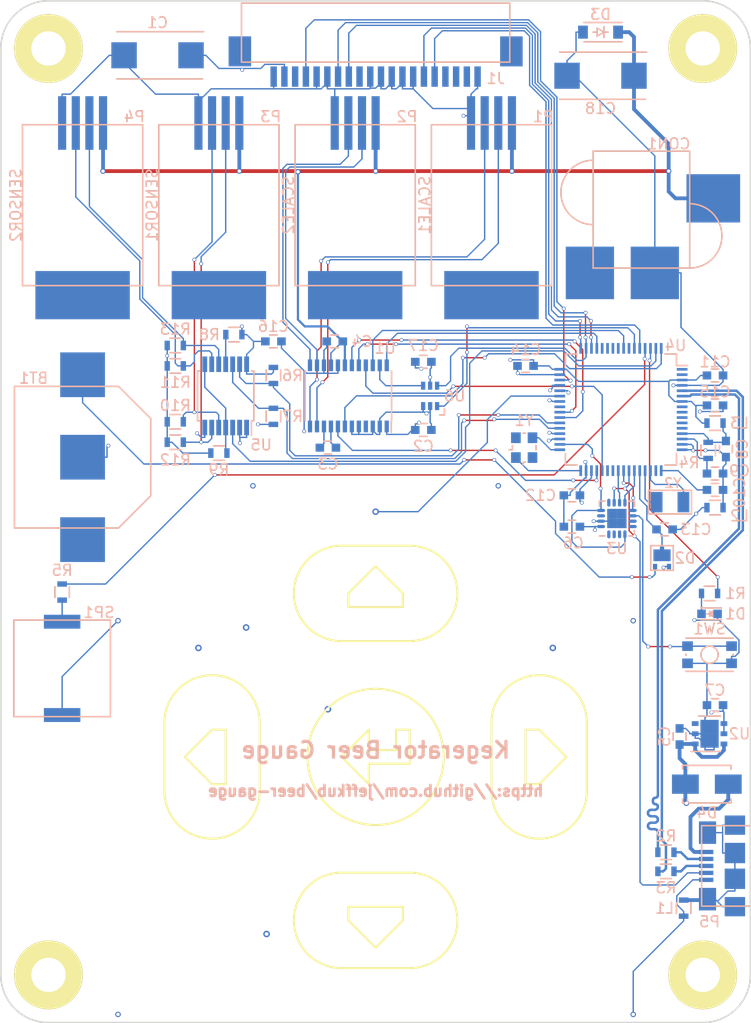
<source format=kicad_pcb>
(kicad_pcb (version 20171130) (host pcbnew "(5.1.12)-1")
  (layers (0 F.Cu signal) (1 In1.Cu signal) (2 In2.Cu signal) (31 B.Cu signal) (34 B.Paste user hide) (35 F.Paste user hide) (36 B.SilkS user hide) (37 F.SilkS user hide) (38 B.Mask user hide) (39 F.Mask user hide) (44 Edge.Cuts user))
  (net 0 "")
  (net 1 "Net-(BT1-Pad1)")
  (net 2 GND)
  (net 3 +3V3)
  (net 4 "Net-(C3-Pad1)")
  (net 5 "Net-(C3-Pad2)")
  (net 6 +5V)
  (net 7 "Net-(C8-Pad1)")
  (net 8 "Net-(C10-Pad2)")
  (net 9 /Teensy/AREF)
  (net 10 "Net-(C10-Pad1)")
  (net 11 "Net-(C13-Pad1)")
  (net 12 "Net-(D1-Pad2)")
  (net 13 "Net-(L1-Pad1)")
  (net 14 "Net-(P1-Pad3)")
  (net 15 "Net-(P1-Pad2)")
  (net 16 "Net-(P2-Pad3)")
  (net 17 "Net-(P2-Pad2)")
  (net 18 "Net-(P3-Pad3)")
  (net 19 "Net-(P3-Pad2)")
  (net 20 "Net-(P4-Pad3)")
  (net 21 "Net-(P4-Pad2)")
  (net 22 "Net-(P5-Pad2)")
  (net 23 "Net-(P5-Pad3)")
  (net 24 /Teensy/ID)
  (net 25 /Teensy/13)
  (net 26 "Net-(R5-Pad1)")
  (net 27 /Teensy/6)
  (net 28 "Net-(SW1-Pad2)")
  (net 29 /Teensy/5)
  (net 30 /Teensy/4)
  (net 31 /Teensy/0)
  (net 32 /Teensy/1)
  (net 33 /Teensy/3)
  (net 34 /Teensy/2)
  (net 35 /Teensy/12)
  (net 36 /Teensy/RESET_B)
  (net 37 /Teensy/SWD_DIO)
  (net 38 /Teensy/SWD_CLK)
  (net 39 "Net-(U3-Pad9)")
  (net 40 "Net-(U4-Pad19)")
  (net 41 "Net-(U4-Pad20)")
  (net 42 "Net-(U4-Pad32)")
  (net 43 "Net-(U4-Pad33)")
  (net 44 /Teensy/16/A2)
  (net 45 /Teensy/17/A3)
  (net 46 /Teensy/25)
  (net 47 /Teensy/15/A1)
  (net 48 /Teensy/22/A8)
  (net 49 /Teensy/23/A9)
  (net 50 /Teensy/19/A5)
  (net 51 /Teensy/18/A4)
  (net 52 /Teensy/20/A6)
  (net 53 /Teensy/USB_D-)
  (net 54 /Teensy/USB_D+)
  (net 55 /Teensy/9)
  (net 56 /Teensy/11)
  (net 57 /Teensy/10)
  (net 58 /Teensy/8)
  (net 59 /Teensy/7)
  (net 60 /Teensy/21/A7)
  (net 61 "Net-(R8-Pad2)")
  (net 62 "Net-(R9-Pad2)")
  (net 63 "Net-(U1-Pad23)")
  (net 64 "Net-(D4-Pad2)")
  (module footprint:0855135016 (layer B.Cu) (at 170.18 64.77)
    (fp_text reference P2 (at 4.826 -8.255) (layer B.SilkS) (effects (justify mirror)))
    (fp_text value CONN_01X04 hide)
    (pad 4 smd rect (at -1.905 -7.66) (size 0.76 5) (layers B.Cu B.Paste B.Mask) (net 2 GND))
    (pad 3 smd rect (at -0.635 -7.66) (size 0.76 5) (layers B.Cu B.Paste B.Mask) (net 16 "Net-(P2-Pad3)"))
    (pad 2 smd rect (at 0.635 -7.66) (size 0.76 5) (layers B.Cu B.Paste B.Mask) (net 17 "Net-(P2-Pad2)"))
    (pad 1 smd rect (at 1.905 -7.66) (size 0.76 5) (layers B.Cu B.Paste B.Mask) (net 6 +5V))
    (pad 5 smd rect (at 0 8.39) (size 8.8 4.5) (layers B.Cu B.Paste B.Mask))
  )
  (module footprint:0855135016 (layer B.Cu) (at 157.48 64.77)
    (fp_text reference P3 (at 4.826 -8.255) (layer B.SilkS) (effects (justify mirror)))
    (fp_text value CONN_01X04 hide)
    (pad 4 smd rect (at -1.905 -7.66) (size 0.76 5) (layers B.Cu B.Paste B.Mask) (net 2 GND))
    (pad 3 smd rect (at -0.635 -7.66) (size 0.76 5) (layers B.Cu B.Paste B.Mask) (net 18 "Net-(P3-Pad3)"))
    (pad 2 smd rect (at 0.635 -7.66) (size 0.76 5) (layers B.Cu B.Paste B.Mask) (net 19 "Net-(P3-Pad2)"))
    (pad 1 smd rect (at 1.905 -7.66) (size 0.76 5) (layers B.Cu B.Paste B.Mask) (net 6 +5V))
    (pad 5 smd rect (at 0 8.39) (size 8.8 4.5) (layers B.Cu B.Paste B.Mask))
  )
  (module footprint:0855135016 (layer B.Cu) (at 144.78 64.77)
    (fp_text reference P4 (at 4.826 -8.255) (layer B.SilkS) (effects (justify mirror)))
    (fp_text value CONN_01X04 hide)
    (pad 4 smd rect (at -1.905 -7.66) (size 0.76 5) (layers B.Cu B.Paste B.Mask) (net 2 GND))
    (pad 3 smd rect (at -0.635 -7.66) (size 0.76 5) (layers B.Cu B.Paste B.Mask) (net 20 "Net-(P4-Pad3)"))
    (pad 2 smd rect (at 0.635 -7.66) (size 0.76 5) (layers B.Cu B.Paste B.Mask) (net 21 "Net-(P4-Pad2)"))
    (pad 1 smd rect (at 1.905 -7.66) (size 0.76 5) (layers B.Cu B.Paste B.Mask) (net 6 +5V))
    (pad 5 smd rect (at 0 8.39) (size 8.8 4.5) (layers B.Cu B.Paste B.Mask))
  )
  (module Housings_SSOP:TSSOP-24_4.4x7.8mm_Pitch0.65mm (layer B.Cu) (at 169.545 82.55 90)
    (fp_text reference U1 (at 4.445 3.429 180) (layer B.SilkS) (effects (justify mirror)))
    (fp_text value ADS1232)
    (pad 1 smd rect (at -2.85 3.575 90) (size 1.1 0.4) (layers B.Cu B.Paste B.Mask) (net 3 +3V3))
    (pad 2 smd rect (at -2.85 2.925 90) (size 1.1 0.4) (layers B.Cu B.Paste B.Mask) (net 2 GND))
    (pad 3 smd rect (at -2.85 2.275 90) (size 1.1 0.4) (layers B.Cu B.Paste B.Mask) (net 2 GND))
    (pad 4 smd rect (at -2.85 1.625 90) (size 1.1 0.4) (layers B.Cu B.Paste B.Mask))
    (pad 5 smd rect (at -2.85 0.975 90) (size 1.1 0.4) (layers B.Cu B.Paste B.Mask) (net 2 GND))
    (pad 6 smd rect (at -2.85 0.325 90) (size 1.1 0.4) (layers B.Cu B.Paste B.Mask) (net 2 GND))
    (pad 7 smd rect (at -2.85 -0.325 90) (size 1.1 0.4) (layers B.Cu B.Paste B.Mask) (net 29 /Teensy/5))
    (pad 8 smd rect (at -2.85 -0.975 90) (size 1.1 0.4) (layers B.Cu B.Paste B.Mask) (net 30 /Teensy/4))
    (pad 9 smd rect (at -2.85 -1.625 90) (size 1.1 0.4) (layers B.Cu B.Paste B.Mask) (net 4 "Net-(C3-Pad1)"))
    (pad 10 smd rect (at -2.85 -2.275 90) (size 1.1 0.4) (layers B.Cu B.Paste B.Mask) (net 5 "Net-(C3-Pad2)"))
    (pad 11 smd rect (at -2.85 -2.925 90) (size 1.1 0.4) (layers B.Cu B.Paste B.Mask) (net 15 "Net-(P1-Pad2)"))
    (pad 12 smd rect (at -2.85 -3.575 90) (size 1.1 0.4) (layers B.Cu B.Paste B.Mask) (net 14 "Net-(P1-Pad3)"))
    (pad 13 smd rect (at 2.85 -3.575 90) (size 1.1 0.4) (layers B.Cu B.Paste B.Mask) (net 16 "Net-(P2-Pad3)"))
    (pad 14 smd rect (at 2.85 -2.925 90) (size 1.1 0.4) (layers B.Cu B.Paste B.Mask) (net 17 "Net-(P2-Pad2)"))
    (pad 15 smd rect (at 2.85 -2.275 90) (size 1.1 0.4) (layers B.Cu B.Paste B.Mask) (net 2 GND))
    (pad 16 smd rect (at 2.85 -1.625 90) (size 1.1 0.4) (layers B.Cu B.Paste B.Mask) (net 6 +5V))
    (pad 17 smd rect (at 2.85 -0.975 90) (size 1.1 0.4) (layers B.Cu B.Paste B.Mask) (net 2 GND))
    (pad 18 smd rect (at 2.85 -0.325 90) (size 1.1 0.4) (layers B.Cu B.Paste B.Mask) (net 6 +5V))
    (pad 19 smd rect (at 2.85 0.325 90) (size 1.1 0.4) (layers B.Cu B.Paste B.Mask) (net 31 /Teensy/0))
    (pad 20 smd rect (at 2.85 0.975 90) (size 1.1 0.4) (layers B.Cu B.Paste B.Mask) (net 32 /Teensy/1))
    (pad 21 smd rect (at 2.85 1.625 90) (size 1.1 0.4) (layers B.Cu B.Paste B.Mask) (net 33 /Teensy/3))
    (pad 22 smd rect (at 2.85 2.275 90) (size 1.1 0.4) (layers B.Cu B.Paste B.Mask) (net 34 /Teensy/2))
    (pad 23 smd rect (at 2.85 2.925 90) (size 1.1 0.4) (layers B.Cu B.Paste B.Mask) (net 63 "Net-(U1-Pad23)"))
    (pad 24 smd rect (at 2.85 3.575 90) (size 1.1 0.4) (layers B.Cu B.Paste B.Mask) (net 35 /Teensy/12))
  )
  (module Resistors_SMD:R_0603 (layer B.Cu) (at 199.136 125.095)
    (fp_text reference R2 (at 0 -1.524) (layer B.SilkS) (effects (justify mirror)))
    (fp_text value 33)
    (pad 1 smd rect (at -0.75 0) (size 0.5 0.9) (layers B.Cu B.Paste B.Mask) (net 53 /Teensy/USB_D-))
    (pad 2 smd rect (at 0.75 0) (size 0.5 0.9) (layers B.Cu B.Paste B.Mask) (net 22 "Net-(P5-Pad2)"))
  )
  (module footprint:VIA (layer F.Cu) (at 148.082 140.208)
    (fp_text reference REF**_10 hide)
    (fp_text value VIA hide)
    (pad 1 thru_hole circle (at 0 0) (size 0.508 0.508) (drill 0.3048) (layers *.Cu) (net 2 GND))
  )
  (module footprint:VIA (layer F.Cu) (at 196.088 140.208)
    (fp_text reference REF**_9 hide)
    (fp_text value VIA hide)
    (pad 1 thru_hole circle (at 0 0) (size 0.508 0.508) (drill 0.3048) (layers *.Cu) (net 2 GND))
  )
  (module footprint:VIA (layer F.Cu) (at 196.088 103.505)
    (fp_text reference REF**_8 hide)
    (fp_text value VIA hide)
    (pad 1 thru_hole circle (at 0 0) (size 0.508 0.508) (drill 0.3048) (layers *.Cu) (net 2 GND))
  )
  (module footprint:VIA (layer F.Cu) (at 183.515 90.932)
    (fp_text reference REF**_7 hide)
    (fp_text value VIA hide)
    (pad 1 thru_hole circle (at 0 0) (size 0.508 0.508) (drill 0.3048) (layers *.Cu) (net 2 GND))
  )
  (module footprint:VIA (layer F.Cu) (at 160.655 90.932)
    (fp_text reference REF**_6 hide)
    (fp_text value VIA hide)
    (pad 1 thru_hole circle (at 0 0) (size 0.508 0.508) (drill 0.3048) (layers *.Cu) (net 2 GND))
  )
  (module Mounting_Holes:MountingHole_3.2mm_M3_Pad (layer F.Cu) (at 202.565 50.165)
    (fp_text reference REF**_5 hide)
    (fp_text value MountingHole_3.2mm_M3_Pad)
    (pad 1 thru_hole circle (at 0 0) (size 6.4 6.4) (drill 3.2) (layers *.Cu *.Mask F.SilkS))
  )
  (module Mounting_Holes:MountingHole_3.2mm_M3_Pad (layer F.Cu) (at 141.605 50.165)
    (fp_text reference REF**_4 hide)
    (fp_text value MountingHole_3.2mm_M3_Pad)
    (pad 1 thru_hole circle (at 0 0) (size 6.4 6.4) (drill 3.2) (layers *.Cu *.Mask F.SilkS))
  )
  (module Mounting_Holes:MountingHole_3.2mm_M3_Pad (layer F.Cu) (at 141.605 136.525)
    (fp_text reference REF**_3 hide)
    (fp_text value MountingHole_3.2mm_M3_Pad)
    (pad 1 thru_hole circle (at 0 0) (size 6.4 6.4) (drill 3.2) (layers *.Cu *.Mask F.SilkS))
  )
  (module footprint:BK-885 (layer B.Cu) (at 144.78 88.265 270)
    (fp_text reference BT1 (at -7.366 4.572) (layer B.SilkS) (effects (justify mirror)))
    (fp_text value Battery hide)
    (pad 1 smd rect (at -7.685 0 270) (size 4.17 4.17) (layers B.Cu B.Paste B.Mask) (net 1 "Net-(BT1-Pad1)"))
    (pad 2 smd rect (at 0 0 270) (size 4.17 4.17) (layers B.Cu B.Paste B.Mask) (net 2 GND))
    (pad 3 smd rect (at 7.685 0 270) (size 4.17 4.17) (layers B.Cu B.Paste B.Mask))
  )
  (module Capacitors_SMD:C_0603 (layer B.Cu) (at 176.53 85.725)
    (fp_text reference C2 (at 0 1.524 180) (layer B.SilkS) (effects (justify mirror)))
    (fp_text value 0.1u)
    (pad 1 smd rect (at -0.75 0) (size 0.8 0.75) (layers B.Cu B.Paste B.Mask) (net 3 +3V3))
    (pad 2 smd rect (at 0.75 0) (size 0.8 0.75) (layers B.Cu B.Paste B.Mask) (net 2 GND))
  )
  (module Capacitors_SMD:C_0603 (layer B.Cu) (at 167.64 87.376 180)
    (fp_text reference C3 (at 0 -1.524 180) (layer B.SilkS) (effects (justify mirror)))
    (fp_text value 0.1u)
    (pad 1 smd rect (at -0.75 0 180) (size 0.8 0.75) (layers B.Cu B.Paste B.Mask) (net 4 "Net-(C3-Pad1)"))
    (pad 2 smd rect (at 0.75 0 180) (size 0.8 0.75) (layers B.Cu B.Paste B.Mask) (net 5 "Net-(C3-Pad2)"))
  )
  (module Capacitors_SMD:C_0603 (layer B.Cu) (at 168.275 77.47 180)
    (fp_text reference C4 (at -2.54 0) (layer B.SilkS) (effects (justify mirror)))
    (fp_text value 0.1u)
    (pad 1 smd rect (at -0.75 0 180) (size 0.8 0.75) (layers B.Cu B.Paste B.Mask) (net 6 +5V))
    (pad 2 smd rect (at 0.75 0 180) (size 0.8 0.75) (layers B.Cu B.Paste B.Mask) (net 2 GND))
  )
  (module Capacitors_SMD:C_0603 (layer B.Cu) (at 200.406 114.3 90)
    (fp_text reference C5 (at 0 -1.397 90) (layer B.SilkS) (effects (justify mirror)))
    (fp_text value 2.2u)
    (pad 1 smd rect (at -0.75 0 90) (size 0.8 0.75) (layers B.Cu B.Paste B.Mask) (net 6 +5V))
    (pad 2 smd rect (at 0.75 0 90) (size 0.8 0.75) (layers B.Cu B.Paste B.Mask) (net 2 GND))
  )
  (module Capacitors_SMD:C_0603 (layer B.Cu) (at 190.373 94.742 180)
    (fp_text reference C6 (at -0.127 -1.524 180) (layer B.SilkS) (effects (justify mirror)))
    (fp_text value 0.1u)
    (pad 1 smd rect (at -0.75 0 180) (size 0.8 0.75) (layers B.Cu B.Paste B.Mask) (net 3 +3V3))
    (pad 2 smd rect (at 0.75 0 180) (size 0.8 0.75) (layers B.Cu B.Paste B.Mask) (net 2 GND))
  )
  (module Capacitors_SMD:C_0603 (layer B.Cu) (at 203.708 111.379 180)
    (fp_text reference C7 (at 0 1.397 180) (layer B.SilkS) (effects (justify mirror)))
    (fp_text value 2.2u)
    (pad 1 smd rect (at -0.75 0 180) (size 0.8 0.75) (layers B.Cu B.Paste B.Mask) (net 3 +3V3))
    (pad 2 smd rect (at 0.75 0 180) (size 0.8 0.75) (layers B.Cu B.Paste B.Mask) (net 2 GND))
  )
  (module Capacitors_SMD:C_0603 (layer B.Cu) (at 204.724 87.503 270)
    (fp_text reference C8 (at 0 -1.524 270) (layer B.SilkS) (effects (justify mirror)))
    (fp_text value 2.2u)
    (pad 1 smd rect (at -0.75 0 270) (size 0.8 0.75) (layers B.Cu B.Paste B.Mask) (net 7 "Net-(C8-Pad1)"))
    (pad 2 smd rect (at 0.75 0 270) (size 0.8 0.75) (layers B.Cu B.Paste B.Mask) (net 8 "Net-(C10-Pad2)"))
  )
  (module Capacitors_SMD:C_0603 (layer B.Cu) (at 203.708 89.789)
    (fp_text reference C9 (at 2.286 -0.254) (layer B.SilkS) (effects (justify mirror)))
    (fp_text value 0.1u)
    (pad 1 smd rect (at -0.75 0) (size 0.8 0.75) (layers B.Cu B.Paste B.Mask) (net 9 /Teensy/AREF))
    (pad 2 smd rect (at 0.75 0) (size 0.8 0.75) (layers B.Cu B.Paste B.Mask) (net 8 "Net-(C10-Pad2)"))
  )
  (module Capacitors_SMD:C_0603 (layer B.Cu) (at 203.708 91.313)
    (fp_text reference C10 (at 2.286 0.254 90) (layer B.SilkS) (effects (justify mirror)))
    (fp_text value 0.1u)
    (pad 1 smd rect (at -0.75 0) (size 0.8 0.75) (layers B.Cu B.Paste B.Mask) (net 10 "Net-(C10-Pad1)"))
    (pad 2 smd rect (at 0.75 0) (size 0.8 0.75) (layers B.Cu B.Paste B.Mask) (net 8 "Net-(C10-Pad2)"))
  )
  (module Capacitors_SMD:C_0603 (layer B.Cu) (at 203.708 80.645)
    (fp_text reference C11 (at 0 -1.27) (layer B.SilkS) (effects (justify mirror)))
    (fp_text value 0.1u)
    (pad 1 smd rect (at -0.75 0) (size 0.8 0.75) (layers B.Cu B.Paste B.Mask) (net 3 +3V3))
    (pad 2 smd rect (at 0.75 0) (size 0.8 0.75) (layers B.Cu B.Paste B.Mask) (net 2 GND))
  )
  (module Capacitors_SMD:C_0603 (layer B.Cu) (at 190.373 91.821 180)
    (fp_text reference C12 (at 2.921 0 180) (layer B.SilkS) (effects (justify mirror)))
    (fp_text value 0.1u)
    (pad 1 smd rect (at -0.75 0 180) (size 0.8 0.75) (layers B.Cu B.Paste B.Mask) (net 3 +3V3))
    (pad 2 smd rect (at 0.75 0 180) (size 0.8 0.75) (layers B.Cu B.Paste B.Mask) (net 2 GND))
  )
  (module Capacitors_SMD:C_0603 (layer B.Cu) (at 199.009 94.996)
    (fp_text reference C13 (at 2.921 0) (layer B.SilkS) (effects (justify mirror)))
    (fp_text value 0.1u)
    (pad 1 smd rect (at -0.75 0) (size 0.8 0.75) (layers B.Cu B.Paste B.Mask) (net 11 "Net-(C13-Pad1)"))
    (pad 2 smd rect (at 0.75 0) (size 0.8 0.75) (layers B.Cu B.Paste B.Mask) (net 2 GND))
  )
  (module Capacitors_SMD:C_0603 (layer B.Cu) (at 186.055 79.756 180)
    (fp_text reference C14 (at 0 1.524 180) (layer B.SilkS) (effects (justify mirror)))
    (fp_text value 0.1u)
    (pad 1 smd rect (at -0.75 0 180) (size 0.8 0.75) (layers B.Cu B.Paste B.Mask) (net 3 +3V3))
    (pad 2 smd rect (at 0.75 0 180) (size 0.8 0.75) (layers B.Cu B.Paste B.Mask) (net 2 GND))
  )
  (module Capacitors_SMD:C_0603 (layer B.Cu) (at 203.708 83.439)
    (fp_text reference C15 (at 0 -1.27) (layer B.SilkS) (effects (justify mirror)))
    (fp_text value 2.2u)
    (pad 1 smd rect (at -0.75 0) (size 0.8 0.75) (layers B.Cu B.Paste B.Mask) (net 3 +3V3))
    (pad 2 smd rect (at 0.75 0) (size 0.8 0.75) (layers B.Cu B.Paste B.Mask) (net 2 GND))
  )
  (module LEDs:LED_0603 (layer B.Cu) (at 203.2 102.87 180)
    (fp_text reference D1 (at -2.413 0 180) (layer B.SilkS) (effects (justify mirror)))
    (fp_text value LED)
    (pad 2 smd rect (at 0.7493 0) (size 0.79756 0.79756) (layers B.Cu B.Paste B.Mask) (net 12 "Net-(D1-Pad2)"))
    (pad 1 smd rect (at -0.7493 0) (size 0.79756 0.79756) (layers B.Cu B.Paste B.Mask) (net 2 GND))
  )
  (module footprint:SOT1061 (layer B.Cu) (at 198.77 97.659)
    (fp_text reference D2 (at 2.144 0.004) (layer B.SilkS) (effects (justify mirror)))
    (fp_text value PMEG4010CPA)
    (pad 1 smd rect (at -0.65 0.8) (size 0.4 0.5) (layers B.Cu B.Paste B.Mask) (net 1 "Net-(BT1-Pad1)"))
    (pad 2 smd rect (at 0.65 0.8) (size 0.4 0.5) (layers B.Cu B.Paste B.Mask) (net 3 +3V3))
    (pad 3 smd rect (at 0 -0.25) (size 1.6 1.1) (layers B.Cu B.Paste B.Mask) (net 11 "Net-(C13-Pad1)"))
    (pad 3 smd rect (at 0 -0.925) (size 0.4 0.25) (layers B.Cu B.Paste B.Mask) (net 11 "Net-(C13-Pad1)"))
  )
  (module Resistors_SMD:R_0603 (layer B.Cu) (at 200.787 130.302 270)
    (fp_text reference L1 (at 0 1.778) (layer B.SilkS) (effects (justify mirror)))
    (fp_text value "600 Ohm/100 MHz")
    (pad 1 smd rect (at -0.75 0 270) (size 0.5 0.9) (layers B.Cu B.Paste B.Mask) (net 13 "Net-(L1-Pad1)"))
    (pad 2 smd rect (at 0.75 0 270) (size 0.5 0.9) (layers B.Cu B.Paste B.Mask) (net 2 GND))
  )
  (module Resistors_SMD:R_0603 (layer B.Cu) (at 203.708 92.964)
    (fp_text reference L2 (at 2.286 0.762) (layer B.SilkS) (effects (justify mirror)))
    (fp_text value "600 Ohm/100 Mhz")
    (pad 1 smd rect (at -0.75 0) (size 0.5 0.9) (layers B.Cu B.Paste B.Mask) (net 2 GND))
    (pad 2 smd rect (at 0.75 0) (size 0.5 0.9) (layers B.Cu B.Paste B.Mask) (net 8 "Net-(C10-Pad2)"))
  )
  (module Resistors_SMD:R_0603 (layer B.Cu) (at 203.708 85.09)
    (fp_text reference L3 (at 2.286 0) (layer B.SilkS) (effects (justify mirror)))
    (fp_text value "600 Ohm/100 MHz")
    (pad 1 smd rect (at -0.75 0) (size 0.5 0.9) (layers B.Cu B.Paste B.Mask) (net 3 +3V3))
    (pad 2 smd rect (at 0.75 0) (size 0.5 0.9) (layers B.Cu B.Paste B.Mask) (net 7 "Net-(C8-Pad1)"))
  )
  (module footprint:0855135016 (layer B.Cu) (at 182.88 64.77)
    (fp_text reference P1 (at 4.826 -8.255) (layer B.SilkS) (effects (justify mirror)))
    (fp_text value CONN_01X04 hide)
    (pad 4 smd rect (at -1.905 -7.66) (size 0.76 5) (layers B.Cu B.Paste B.Mask) (net 2 GND))
    (pad 3 smd rect (at -0.635 -7.66) (size 0.76 5) (layers B.Cu B.Paste B.Mask) (net 14 "Net-(P1-Pad3)"))
    (pad 2 smd rect (at 0.635 -7.66) (size 0.76 5) (layers B.Cu B.Paste B.Mask) (net 15 "Net-(P1-Pad2)"))
    (pad 1 smd rect (at 1.905 -7.66) (size 0.76 5) (layers B.Cu B.Paste B.Mask) (net 6 +5V))
    (pad 5 smd rect (at 0 8.39) (size 8.8 4.5) (layers B.Cu B.Paste B.Mask))
  )
  (module footprint:10118192 (layer B.Cu) (at 205.56 126.365 270)
    (fp_text reference P5 (at 5.207 2.36) (layer B.SilkS) (effects (justify mirror)))
    (fp_text value USB_OTG hide)
    (pad 1 smd rect (at -1.3 2.675 270) (size 0.4 1.35) (layers B.Cu B.Paste B.Mask) (net 64 "Net-(D4-Pad2)"))
    (pad 2 smd rect (at -0.65 2.675 270) (size 0.4 1.35) (layers B.Cu B.Paste B.Mask) (net 22 "Net-(P5-Pad2)"))
    (pad 3 smd rect (at 0 2.675 270) (size 0.4 1.35) (layers B.Cu B.Paste B.Mask) (net 23 "Net-(P5-Pad3)"))
    (pad 4 smd rect (at 0.65 2.675 270) (size 0.4 1.35) (layers B.Cu B.Paste B.Mask) (net 24 /Teensy/ID))
    (pad 5 smd rect (at 1.3 2.675 270) (size 0.4 1.35) (layers B.Cu B.Paste B.Mask) (net 2 GND))
    (pad 6 smd rect (at -3.1 2.55 270) (size 2.1 1.6) (layers B.Cu B.Paste B.Mask) (net 13 "Net-(L1-Pad1)"))
    (pad 6 smd rect (at 3.1 2.55 270) (size 2.1 1.6) (layers B.Cu B.Paste B.Mask) (net 13 "Net-(L1-Pad1)"))
    (pad 6 smd rect (at -3.8 0 270) (size 1.8 1.9) (layers B.Cu B.Paste B.Mask) (net 13 "Net-(L1-Pad1)"))
    (pad 6 smd rect (at 3.8 0 270) (size 1.8 1.9) (layers B.Cu B.Paste B.Mask) (net 13 "Net-(L1-Pad1)"))
    (pad 6 smd rect (at -1.2 0 270) (size 1.9 1.9) (layers B.Cu B.Paste B.Mask) (net 13 "Net-(L1-Pad1)"))
    (pad 6 smd rect (at 1.2 0 270) (size 1.9 1.9) (layers B.Cu B.Paste B.Mask) (net 13 "Net-(L1-Pad1)"))
  )
  (module Resistors_SMD:R_0603 (layer B.Cu) (at 203.2 100.965 180)
    (fp_text reference R1 (at -2.413 0 180) (layer B.SilkS) (effects (justify mirror)))
    (fp_text value 470)
    (pad 1 smd rect (at -0.75 0 180) (size 0.5 0.9) (layers B.Cu B.Paste B.Mask) (net 52 /Teensy/20/A6))
    (pad 2 smd rect (at 0.75 0 180) (size 0.5 0.9) (layers B.Cu B.Paste B.Mask) (net 12 "Net-(D1-Pad2)"))
  )
  (module Resistors_SMD:R_0603 (layer B.Cu) (at 199.136 126.873)
    (fp_text reference R3 (at 0 1.524) (layer B.SilkS) (effects (justify mirror)))
    (fp_text value 33)
    (pad 1 smd rect (at -0.75 0) (size 0.5 0.9) (layers B.Cu B.Paste B.Mask) (net 54 /Teensy/USB_D+))
    (pad 2 smd rect (at 0.75 0) (size 0.5 0.9) (layers B.Cu B.Paste B.Mask) (net 23 "Net-(P5-Pad3)"))
  )
  (module Resistors_SMD:R_0603 (layer B.Cu) (at 142.875 100.838 90)
    (fp_text reference R5 (at 2.032 0 180) (layer B.SilkS) (effects (justify mirror)))
    (fp_text value 470)
    (pad 1 smd rect (at -0.75 0 90) (size 0.5 0.9) (layers B.Cu B.Paste B.Mask) (net 26 "Net-(R5-Pad1)"))
    (pad 2 smd rect (at 0.75 0 90) (size 0.5 0.9) (layers B.Cu B.Paste B.Mask) (net 27 /Teensy/6))
  )
  (module footprint:PKMCS (layer B.Cu) (at 142.875 107.95 270)
    (fp_text reference SP1 (at -5.207 -3.429) (layer B.SilkS) (effects (justify mirror)))
    (fp_text value PIEZO hide)
    (pad 1 smd rect (at -4.35 0 270) (size 1.3 3.4) (layers B.Cu B.Paste B.Mask) (net 26 "Net-(R5-Pad1)"))
    (pad 2 smd rect (at 4.35 0 270) (size 1.3 3.4) (layers B.Cu B.Paste B.Mask) (net 2 GND))
  )
  (module Buttons_Switches_SMD:SW_SPST_KMR2 (layer B.Cu) (at 203.2 106.68)
    (fp_text reference SW1 (at 0 -2.413) (layer B.SilkS) (effects (justify mirror)))
    (fp_text value SW_PUSH)
    (pad 1 smd rect (at -2.05 0.8 270) (size 0.9 1) (layers B.Cu B.Paste B.Mask) (net 2 GND))
    (pad 2 smd rect (at -2.05 -0.8 270) (size 0.9 1) (layers B.Cu B.Paste B.Mask) (net 28 "Net-(SW1-Pad2)"))
    (pad 1 smd rect (at 2.05 0.8 270) (size 0.9 1) (layers B.Cu B.Paste B.Mask) (net 2 GND))
    (pad 2 smd rect (at 2.05 -0.8 270) (size 0.9 1) (layers B.Cu B.Paste B.Mask) (net 28 "Net-(SW1-Pad2)"))
  )
  (module Housings_DFN_QFN:DFN-6-1EP_3x3mm_Pitch0.95mm (layer B.Cu) (at 203.2 114.046)
    (fp_text reference U2 (at 2.794 0) (layer B.SilkS) (effects (justify mirror)))
    (fp_text value LP38691)
    (pad 1 smd rect (at -1.34 0.95) (size 0.63 0.45) (layers B.Cu B.Paste B.Mask) (net 6 +5V))
    (pad 2 smd rect (at -1.34 0) (size 0.63 0.45) (layers B.Cu B.Paste B.Mask) (net 2 GND))
    (pad 3 smd rect (at -1.34 -0.95) (size 0.63 0.45) (layers B.Cu B.Paste B.Mask))
    (pad 4 smd rect (at 1.34 -0.95) (size 0.63 0.45) (layers B.Cu B.Paste B.Mask) (net 3 +3V3))
    (pad 5 smd rect (at 1.34 0) (size 0.63 0.45) (layers B.Cu B.Paste B.Mask) (net 3 +3V3))
    (pad 6 smd rect (at 1.34 0.95) (size 0.63 0.45) (layers B.Cu B.Paste B.Mask) (net 6 +5V))
    (pad 7 smd rect (at 0.425 -0.65) (size 0.85 1.3) (layers B.Cu B.Paste B.Mask) (net 2 GND))
    (pad 7 smd rect (at 0.425 0.65) (size 0.85 1.3) (layers B.Cu B.Paste B.Mask) (net 2 GND))
    (pad 7 smd rect (at -0.425 -0.65) (size 0.85 1.3) (layers B.Cu B.Paste B.Mask) (net 2 GND))
    (pad 7 smd rect (at -0.425 0.65) (size 0.85 1.3) (layers B.Cu B.Paste B.Mask) (net 2 GND))
  )
  (module Housings_DFN_QFN:QFN-16-1EP_3x3mm_Pitch0.5mm (layer B.Cu) (at 194.564 93.98)
    (fp_text reference U3 (at 0 2.794) (layer B.SilkS) (effects (justify mirror)))
    (fp_text value MKL02Z32)
    (pad 1 smd oval (at -1.475 0.75) (size 0.75 0.3) (layers B.Cu B.Paste B.Mask) (net 3 +3V3))
    (pad 2 smd oval (at -1.475 0.25) (size 0.75 0.3) (layers B.Cu B.Paste B.Mask) (net 2 GND))
    (pad 3 smd oval (at -1.475 -0.25) (size 0.75 0.3) (layers B.Cu B.Paste B.Mask))
    (pad 4 smd oval (at -1.475 -0.75) (size 0.75 0.3) (layers B.Cu B.Paste B.Mask) (net 36 /Teensy/RESET_B))
    (pad 5 smd oval (at -0.75 -1.475 270) (size 0.75 0.3) (layers B.Cu B.Paste B.Mask))
    (pad 6 smd oval (at -0.25 -1.475 270) (size 0.75 0.3) (layers B.Cu B.Paste B.Mask) (net 24 /Teensy/ID))
    (pad 7 smd oval (at 0.25 -1.475 270) (size 0.75 0.3) (layers B.Cu B.Paste B.Mask) (net 37 /Teensy/SWD_DIO))
    (pad 8 smd oval (at 0.75 -1.475 270) (size 0.75 0.3) (layers B.Cu B.Paste B.Mask) (net 38 /Teensy/SWD_CLK))
    (pad 9 smd oval (at 1.475 -0.75) (size 0.75 0.3) (layers B.Cu B.Paste B.Mask) (net 39 "Net-(U3-Pad9)"))
    (pad 10 smd oval (at 1.475 -0.25) (size 0.75 0.3) (layers B.Cu B.Paste B.Mask) (net 28 "Net-(SW1-Pad2)"))
    (pad 11 smd oval (at 1.475 0.25) (size 0.75 0.3) (layers B.Cu B.Paste B.Mask))
    (pad 12 smd oval (at 1.475 0.75) (size 0.75 0.3) (layers B.Cu B.Paste B.Mask))
    (pad 13 smd oval (at 0.75 1.475 270) (size 0.75 0.3) (layers B.Cu B.Paste B.Mask) (net 36 /Teensy/RESET_B))
    (pad 14 smd oval (at 0.25 1.475 270) (size 0.75 0.3) (layers B.Cu B.Paste B.Mask))
    (pad 15 smd oval (at -0.25 1.475 270) (size 0.75 0.3) (layers B.Cu B.Paste B.Mask))
    (pad 16 smd oval (at -0.75 1.475 270) (size 0.75 0.3) (layers B.Cu B.Paste B.Mask))
    (pad 17 smd rect (at 0.45 -0.45) (size 0.9 0.9) (layers B.Cu B.Paste B.Mask) (net 2 GND))
    (pad 17 smd rect (at 0.45 0.45) (size 0.9 0.9) (layers B.Cu B.Paste B.Mask) (net 2 GND))
    (pad 17 smd rect (at -0.45 -0.45) (size 0.9 0.9) (layers B.Cu B.Paste B.Mask) (net 2 GND))
    (pad 17 smd rect (at -0.45 0.45) (size 0.9 0.9) (layers B.Cu B.Paste B.Mask) (net 2 GND))
  )
  (module Housings_QFP:LQFP-64_10x10mm_Pitch0.5mm (layer B.Cu) (at 194.945 83.82 180)
    (fp_text reference U4 (at -5.08 5.969 180) (layer B.SilkS) (effects (justify mirror)))
    (fp_text value MK20DX256VLH7)
    (pad 1 smd rect (at -5.7 3.75 180) (size 1 0.25) (layers B.Cu B.Paste B.Mask))
    (pad 2 smd rect (at -5.7 3.25 180) (size 1 0.25) (layers B.Cu B.Paste B.Mask))
    (pad 3 smd rect (at -5.7 2.75 180) (size 1 0.25) (layers B.Cu B.Paste B.Mask) (net 3 +3V3))
    (pad 4 smd rect (at -5.7 2.25 180) (size 1 0.25) (layers B.Cu B.Paste B.Mask) (net 2 GND))
    (pad 5 smd rect (at -5.7 1.75 180) (size 1 0.25) (layers B.Cu B.Paste B.Mask) (net 54 /Teensy/USB_D+))
    (pad 6 smd rect (at -5.7 1.25 180) (size 1 0.25) (layers B.Cu B.Paste B.Mask) (net 53 /Teensy/USB_D-))
    (pad 7 smd rect (at -5.7 0.75 180) (size 1 0.25) (layers B.Cu B.Paste B.Mask) (net 3 +3V3))
    (pad 8 smd rect (at -5.7 0.25 180) (size 1 0.25) (layers B.Cu B.Paste B.Mask))
    (pad 9 smd rect (at -5.7 -0.25 180) (size 1 0.25) (layers B.Cu B.Paste B.Mask))
    (pad 10 smd rect (at -5.7 -0.75 180) (size 1 0.25) (layers B.Cu B.Paste B.Mask))
    (pad 11 smd rect (at -5.7 -1.25 180) (size 1 0.25) (layers B.Cu B.Paste B.Mask))
    (pad 12 smd rect (at -5.7 -1.75 180) (size 1 0.25) (layers B.Cu B.Paste B.Mask))
    (pad 13 smd rect (at -5.7 -2.25 180) (size 1 0.25) (layers B.Cu B.Paste B.Mask) (net 7 "Net-(C8-Pad1)"))
    (pad 14 smd rect (at -5.7 -2.75 180) (size 1 0.25) (layers B.Cu B.Paste B.Mask) (net 9 /Teensy/AREF))
    (pad 15 smd rect (at -5.7 -3.25 180) (size 1 0.25) (layers B.Cu B.Paste B.Mask) (net 8 "Net-(C10-Pad2)"))
    (pad 16 smd rect (at -5.7 -3.75 180) (size 1 0.25) (layers B.Cu B.Paste B.Mask) (net 8 "Net-(C10-Pad2)"))
    (pad 17 smd rect (at -3.75 -5.7 90) (size 1 0.25) (layers B.Cu B.Paste B.Mask) (net 10 "Net-(C10-Pad1)"))
    (pad 18 smd rect (at -3.25 -5.7 90) (size 1 0.25) (layers B.Cu B.Paste B.Mask))
    (pad 19 smd rect (at -2.75 -5.7 90) (size 1 0.25) (layers B.Cu B.Paste B.Mask) (net 40 "Net-(U4-Pad19)"))
    (pad 20 smd rect (at -2.25 -5.7 90) (size 1 0.25) (layers B.Cu B.Paste B.Mask) (net 41 "Net-(U4-Pad20)"))
    (pad 21 smd rect (at -1.75 -5.7 90) (size 1 0.25) (layers B.Cu B.Paste B.Mask) (net 11 "Net-(C13-Pad1)"))
    (pad 22 smd rect (at -1.25 -5.7 90) (size 1 0.25) (layers B.Cu B.Paste B.Mask) (net 38 /Teensy/SWD_CLK))
    (pad 23 smd rect (at -0.75 -5.7 90) (size 1 0.25) (layers B.Cu B.Paste B.Mask) (net 24 /Teensy/ID))
    (pad 24 smd rect (at -0.25 -5.7 90) (size 1 0.25) (layers B.Cu B.Paste B.Mask) (net 39 "Net-(U3-Pad9)"))
    (pad 25 smd rect (at 0.25 -5.7 90) (size 1 0.25) (layers B.Cu B.Paste B.Mask) (net 37 /Teensy/SWD_DIO))
    (pad 26 smd rect (at 0.75 -5.7 90) (size 1 0.25) (layers B.Cu B.Paste B.Mask))
    (pad 27 smd rect (at 1.25 -5.7 90) (size 1 0.25) (layers B.Cu B.Paste B.Mask))
    (pad 28 smd rect (at 1.75 -5.7 90) (size 1 0.25) (layers B.Cu B.Paste B.Mask) (net 33 /Teensy/3))
    (pad 29 smd rect (at 2.25 -5.7 90) (size 1 0.25) (layers B.Cu B.Paste B.Mask) (net 30 /Teensy/4))
    (pad 30 smd rect (at 2.75 -5.7 90) (size 1 0.25) (layers B.Cu B.Paste B.Mask) (net 3 +3V3))
    (pad 31 smd rect (at 3.25 -5.7 90) (size 1 0.25) (layers B.Cu B.Paste B.Mask) (net 2 GND))
    (pad 32 smd rect (at 3.75 -5.7 90) (size 1 0.25) (layers B.Cu B.Paste B.Mask) (net 42 "Net-(U4-Pad32)"))
    (pad 33 smd rect (at 5.7 -3.75 180) (size 1 0.25) (layers B.Cu B.Paste B.Mask) (net 43 "Net-(U4-Pad33)"))
    (pad 34 smd rect (at 5.7 -3.25 180) (size 1 0.25) (layers B.Cu B.Paste B.Mask) (net 36 /Teensy/RESET_B))
    (pad 35 smd rect (at 5.7 -2.75 180) (size 1 0.25) (layers B.Cu B.Paste B.Mask) (net 44 /Teensy/16/A2))
    (pad 36 smd rect (at 5.7 -2.25 180) (size 1 0.25) (layers B.Cu B.Paste B.Mask) (net 45 /Teensy/17/A3))
    (pad 37 smd rect (at 5.7 -1.75 180) (size 1 0.25) (layers B.Cu B.Paste B.Mask) (net 50 /Teensy/19/A5))
    (pad 38 smd rect (at 5.7 -1.25 180) (size 1 0.25) (layers B.Cu B.Paste B.Mask) (net 51 /Teensy/18/A4))
    (pad 39 smd rect (at 5.7 -0.75 180) (size 1 0.25) (layers B.Cu B.Paste B.Mask) (net 31 /Teensy/0))
    (pad 40 smd rect (at 5.7 -0.25 180) (size 1 0.25) (layers B.Cu B.Paste B.Mask) (net 32 /Teensy/1))
    (pad 41 smd rect (at 5.7 0.25 180) (size 1 0.25) (layers B.Cu B.Paste B.Mask))
    (pad 42 smd rect (at 5.7 0.75 180) (size 1 0.25) (layers B.Cu B.Paste B.Mask) (net 46 /Teensy/25))
    (pad 43 smd rect (at 5.7 1.25 180) (size 1 0.25) (layers B.Cu B.Paste B.Mask) (net 47 /Teensy/15/A1))
    (pad 44 smd rect (at 5.7 1.75 180) (size 1 0.25) (layers B.Cu B.Paste B.Mask) (net 48 /Teensy/22/A8))
    (pad 45 smd rect (at 5.7 2.25 180) (size 1 0.25) (layers B.Cu B.Paste B.Mask) (net 49 /Teensy/23/A9))
    (pad 46 smd rect (at 5.7 2.75 180) (size 1 0.25) (layers B.Cu B.Paste B.Mask) (net 55 /Teensy/9))
    (pad 47 smd rect (at 5.7 3.25 180) (size 1 0.25) (layers B.Cu B.Paste B.Mask) (net 2 GND))
    (pad 48 smd rect (at 5.7 3.75 180) (size 1 0.25) (layers B.Cu B.Paste B.Mask) (net 3 +3V3))
    (pad 49 smd rect (at 3.75 5.7 90) (size 1 0.25) (layers B.Cu B.Paste B.Mask) (net 57 /Teensy/10))
    (pad 50 smd rect (at 3.25 5.7 90) (size 1 0.25) (layers B.Cu B.Paste B.Mask) (net 25 /Teensy/13))
    (pad 51 smd rect (at 2.75 5.7 90) (size 1 0.25) (layers B.Cu B.Paste B.Mask) (net 56 /Teensy/11))
    (pad 52 smd rect (at 2.25 5.7 90) (size 1 0.25) (layers B.Cu B.Paste B.Mask) (net 35 /Teensy/12))
    (pad 53 smd rect (at 1.75 5.7 90) (size 1 0.25) (layers B.Cu B.Paste B.Mask))
    (pad 54 smd rect (at 1.25 5.7 90) (size 1 0.25) (layers B.Cu B.Paste B.Mask))
    (pad 55 smd rect (at 0.75 5.7 90) (size 1 0.25) (layers B.Cu B.Paste B.Mask))
    (pad 56 smd rect (at 0.25 5.7 90) (size 1 0.25) (layers B.Cu B.Paste B.Mask))
    (pad 57 smd rect (at -0.25 5.7 90) (size 1 0.25) (layers B.Cu B.Paste B.Mask) (net 34 /Teensy/2))
    (pad 58 smd rect (at -0.75 5.7 90) (size 1 0.25) (layers B.Cu B.Paste B.Mask))
    (pad 59 smd rect (at -1.25 5.7 90) (size 1 0.25) (layers B.Cu B.Paste B.Mask) (net 59 /Teensy/7))
    (pad 60 smd rect (at -1.75 5.7 90) (size 1 0.25) (layers B.Cu B.Paste B.Mask) (net 58 /Teensy/8))
    (pad 61 smd rect (at -2.25 5.7 90) (size 1 0.25) (layers B.Cu B.Paste B.Mask) (net 27 /Teensy/6))
    (pad 62 smd rect (at -2.75 5.7 90) (size 1 0.25) (layers B.Cu B.Paste B.Mask) (net 52 /Teensy/20/A6))
    (pad 63 smd rect (at -3.25 5.7 90) (size 1 0.25) (layers B.Cu B.Paste B.Mask) (net 60 /Teensy/21/A7))
    (pad 64 smd rect (at -3.75 5.7 90) (size 1 0.25) (layers B.Cu B.Paste B.Mask) (net 29 /Teensy/5))
  )
  (module footprint:PadVia (layer F.Cu) (at 172.085 93.345)
    (fp_text reference W1 hide)
    (fp_text value TEST_1P hide)
    (pad 1 thru_hole circle (at 0 0) (size 0.6096 0.6096) (drill 0.3302) (layers *.Cu) (net 47 /Teensy/15/A1))
  )
  (module footprint:PadVia (layer F.Cu) (at 161.925 132.715)
    (fp_text reference W2 hide)
    (fp_text value TEST_1P hide)
    (pad 1 thru_hole circle (at 0 0) (size 0.6096 0.6096) (drill 0.3302) (layers *.Cu) (net 44 /Teensy/16/A2))
  )
  (module footprint:PadVia (layer F.Cu) (at 155.575 106.045)
    (fp_text reference W3 hide)
    (fp_text value TEST_1P hide)
    (pad 1 thru_hole circle (at 0 0) (size 0.6096 0.6096) (drill 0.3302) (layers *.Cu) (net 48 /Teensy/22/A8))
  )
  (module footprint:PadVia (layer F.Cu) (at 188.595 106.045)
    (fp_text reference W4 hide)
    (fp_text value TEST_1P hide)
    (pad 1 thru_hole circle (at 0 0) (size 0.6096 0.6096) (drill 0.3302) (layers *.Cu) (net 49 /Teensy/23/A9))
  )
  (module footprint:PadVia (layer F.Cu) (at 167.64 111.76)
    (fp_text reference W5 hide)
    (fp_text value TEST_1P hide)
    (pad 1 thru_hole circle (at 0 0) (size 0.6096 0.6096) (drill 0.3302) (layers *.Cu) (net 45 /Teensy/17/A3))
  )
  (module footprint:PadVia (layer F.Cu) (at 160.02 104.14)
    (fp_text reference W6 hide)
    (fp_text value TEST_1P hide)
    (pad 1 thru_hole circle (at 0 0) (size 0.6096 0.6096) (drill 0.3302) (layers *.Cu) (net 46 /Teensy/25))
  )
  (module Crystals:Crystal_SMD_2520_4Pads (layer B.Cu) (at 185.928 87.376 90)
    (fp_text reference Y1 (at 2.54 0) (layer B.SilkS) (effects (justify mirror)))
    (fp_text value "16 MHz")
    (pad 1 smd rect (at -0.925 -0.775 90) (size 1 0.9) (layers B.Cu B.Paste B.Mask) (net 42 "Net-(U4-Pad32)"))
    (pad 3 smd rect (at 0.925 -0.775 90) (size 1 0.9) (layers B.Cu B.Paste B.Mask))
    (pad 2 smd rect (at 0.925 0.775 90) (size 1 0.9) (layers B.Cu B.Paste B.Mask) (net 43 "Net-(U4-Pad33)"))
    (pad 3 smd rect (at -0.925 0.775 90) (size 1 0.9) (layers B.Cu B.Paste B.Mask))
  )
  (module footprint:ABS07 (layer B.Cu) (at 199.517 92.456 180)
    (fp_text reference Y2 (at -0.254 1.778 180) (layer B.SilkS) (effects (font (size 0.889 0.889)) (justify mirror)))
    (fp_text value "32.768 kHz" hide)
    (pad 1 smd rect (at -1.25 0 180) (size 1.1 1.9) (layers B.Cu B.Paste B.Mask) (net 40 "Net-(U4-Pad19)"))
    (pad 2 smd rect (at 1.25 0 180) (size 1.1 1.9) (layers B.Cu B.Paste B.Mask) (net 41 "Net-(U4-Pad20)"))
  )
  (module Resistors_SMD:R_0603 (layer B.Cu) (at 203.073 87.63 90)
    (fp_text reference R4 (at -1.143 -1.778 180) (layer B.SilkS) (effects (justify mirror)))
    (fp_text value 470)
    (pad 1 smd rect (at -0.75 0 90) (size 0.5 0.9) (layers B.Cu B.Paste B.Mask) (net 9 /Teensy/AREF))
    (pad 2 smd rect (at 0.75 0 90) (size 0.5 0.9) (layers B.Cu B.Paste B.Mask) (net 7 "Net-(C8-Pad1)"))
  )
  (module Capacitors_Tantalum_SMD:TantalC_SizeD_EIA-7343_Reflow (layer B.Cu) (at 151.765 50.8 180)
    (fp_text reference C1 (at 0 3.048 180) (layer B.SilkS) (effects (justify mirror)))
    (fp_text value 220u)
    (pad 2 smd rect (at 3.12 0 180) (size 2.37 2.43) (layers B.Cu B.Paste B.Mask) (net 2 GND))
    (pad 1 smd rect (at -3.12 0 180) (size 2.37 2.43) (layers B.Cu B.Paste B.Mask) (net 3 +3V3))
  )
  (module footprint:0522712069 (layer B.Cu) (at 172.085 51.435)
    (fp_text reference J1 (at 11.176 1.524) (layer B.SilkS) (effects (justify mirror)))
    (fp_text value OLED_MODULE)
    (pad 1 smd rect (at -9.5 1.35) (size 0.6 1.9) (layers B.Cu B.Paste B.Mask) (net 2 GND))
    (pad 2 smd rect (at -8.5 1.35) (size 0.6 1.9) (layers B.Cu B.Paste B.Mask) (net 3 +3V3))
    (pad 3 smd rect (at -7.5 1.35) (size 0.6 1.9) (layers B.Cu B.Paste B.Mask))
    (pad 4 smd rect (at -6.5 1.35) (size 0.6 1.9) (layers B.Cu B.Paste B.Mask) (net 55 /Teensy/9))
    (pad 5 smd rect (at -5.5 1.35) (size 0.6 1.9) (layers B.Cu B.Paste B.Mask) (net 2 GND))
    (pad 6 smd rect (at -4.5 1.35) (size 0.6 1.9) (layers B.Cu B.Paste B.Mask) (net 2 GND))
    (pad 7 smd rect (at -3.5 1.35) (size 0.6 1.9) (layers B.Cu B.Paste B.Mask) (net 25 /Teensy/13))
    (pad 8 smd rect (at -2.5 1.35) (size 0.6 1.9) (layers B.Cu B.Paste B.Mask) (net 56 /Teensy/11))
    (pad 9 smd rect (at -1.5 1.35) (size 0.6 1.9) (layers B.Cu B.Paste B.Mask))
    (pad 10 smd rect (at -0.5 1.35) (size 0.6 1.9) (layers B.Cu B.Paste B.Mask) (net 2 GND))
    (pad 11 smd rect (at 0.5 1.35) (size 0.6 1.9) (layers B.Cu B.Paste B.Mask) (net 2 GND))
    (pad 12 smd rect (at 1.5 1.35) (size 0.6 1.9) (layers B.Cu B.Paste B.Mask) (net 2 GND))
    (pad 13 smd rect (at 2.5 1.35) (size 0.6 1.9) (layers B.Cu B.Paste B.Mask) (net 2 GND))
    (pad 14 smd rect (at 3.5 1.35) (size 0.6 1.9) (layers B.Cu B.Paste B.Mask) (net 2 GND))
    (pad 15 smd rect (at 4.5 1.35) (size 0.6 1.9) (layers B.Cu B.Paste B.Mask) (net 57 /Teensy/10))
    (pad 16 smd rect (at 5.5 1.35) (size 0.6 1.9) (layers B.Cu B.Paste B.Mask) (net 58 /Teensy/8))
    (pad 17 smd rect (at 6.5 1.35) (size 0.6 1.9) (layers B.Cu B.Paste B.Mask))
    (pad 18 smd rect (at 7.5 1.35) (size 0.6 1.9) (layers B.Cu B.Paste B.Mask))
    (pad 19 smd rect (at 8.5 1.35) (size 0.6 1.9) (layers B.Cu B.Paste B.Mask))
    (pad 20 smd rect (at 9.5 1.35) (size 0.6 1.9) (layers B.Cu B.Paste B.Mask) (net 2 GND))
    (pad 21 smd rect (at -12.65 -1) (size 2.1 2.8) (layers B.Cu B.Paste B.Mask))
    (pad 21 smd rect (at 12.65 -1) (size 2.1 2.8) (layers B.Cu B.Paste B.Mask))
  )
  (module Mounting_Holes:MountingHole_3.2mm_M3_Pad (layer F.Cu) (at 202.565 136.525)
    (fp_text reference REF**_2 hide)
    (fp_text value MountingHole_3.2mm_M3_Pad)
    (pad 1 thru_hole circle (at 0 0) (size 6.4 6.4) (drill 3.2) (layers *.Cu *.Mask F.SilkS))
  )
  (module footprint:VIA (layer F.Cu) (at 148.082 103.505)
    (fp_text reference REF** hide)
    (fp_text value VIA hide)
    (pad 1 thru_hole circle (at 0 0) (size 0.508 0.508) (drill 0.3048) (layers *.Cu) (net 2 GND))
  )
  (module Capacitors_SMD:C_0603 (layer B.Cu) (at 162.56 77.47)
    (fp_text reference C16 (at 0 -1.397) (layer B.SilkS) (effects (justify mirror)))
    (fp_text value 0.1u)
    (pad 1 smd rect (at -0.75 0) (size 0.8 0.75) (layers B.Cu B.Paste B.Mask) (net 3 +3V3))
    (pad 2 smd rect (at 0.75 0) (size 0.8 0.75) (layers B.Cu B.Paste B.Mask) (net 2 GND))
  )
  (module Capacitors_SMD:C_0603 (layer B.Cu) (at 176.53 79.375 180)
    (fp_text reference C17 (at 0 1.524 180) (layer B.SilkS) (effects (justify mirror)))
    (fp_text value 0.1u)
    (pad 1 smd rect (at -0.75 0 180) (size 0.8 0.75) (layers B.Cu B.Paste B.Mask) (net 3 +3V3))
    (pad 2 smd rect (at 0.75 0 180) (size 0.8 0.75) (layers B.Cu B.Paste B.Mask) (net 2 GND))
  )
  (module Resistors_SMD:R_0603 (layer B.Cu) (at 162.56 80.645 270)
    (fp_text reference R6 (at 0 -1.778) (layer B.SilkS) (effects (justify mirror)))
    (fp_text value 4.7k)
    (pad 1 smd rect (at -0.75 0 270) (size 0.5 0.9) (layers B.Cu B.Paste B.Mask) (net 3 +3V3))
    (pad 2 smd rect (at 0.75 0 270) (size 0.5 0.9) (layers B.Cu B.Paste B.Mask) (net 51 /Teensy/18/A4))
  )
  (module Resistors_SMD:R_0603 (layer B.Cu) (at 162.56 84.455 90)
    (fp_text reference R7 (at 0 1.778 180) (layer B.SilkS) (effects (justify mirror)))
    (fp_text value 4.7k)
    (pad 1 smd rect (at -0.75 0 90) (size 0.5 0.9) (layers B.Cu B.Paste B.Mask) (net 3 +3V3))
    (pad 2 smd rect (at 0.75 0 90) (size 0.5 0.9) (layers B.Cu B.Paste B.Mask) (net 50 /Teensy/19/A5))
  )
  (module Resistors_SMD:R_0603 (layer B.Cu) (at 158.877 76.835 180)
    (fp_text reference R8 (at 2.286 0) (layer B.SilkS) (effects (justify mirror)))
    (fp_text value 4.7k)
    (pad 1 smd rect (at -0.75 0 180) (size 0.5 0.9) (layers B.Cu B.Paste B.Mask) (net 3 +3V3))
    (pad 2 smd rect (at 0.75 0 180) (size 0.5 0.9) (layers B.Cu B.Paste B.Mask) (net 61 "Net-(R8-Pad2)"))
  )
  (module Resistors_SMD:R_0603 (layer B.Cu) (at 157.48 87.884)
    (fp_text reference R9 (at 0 1.524) (layer B.SilkS) (effects (justify mirror)))
    (fp_text value 4.7k)
    (pad 1 smd rect (at -0.75 0) (size 0.5 0.9) (layers B.Cu B.Paste B.Mask) (net 3 +3V3))
    (pad 2 smd rect (at 0.75 0) (size 0.5 0.9) (layers B.Cu B.Paste B.Mask) (net 62 "Net-(R9-Pad2)"))
  )
  (module Resistors_SMD:R_0603 (layer B.Cu) (at 153.416 84.963)
    (fp_text reference R10 (at 0 -1.524) (layer B.SilkS) (effects (justify mirror)))
    (fp_text value 4.7k)
    (pad 1 smd rect (at -0.75 0) (size 0.5 0.9) (layers B.Cu B.Paste B.Mask) (net 3 +3V3))
    (pad 2 smd rect (at 0.75 0) (size 0.5 0.9) (layers B.Cu B.Paste B.Mask) (net 18 "Net-(P3-Pad3)"))
  )
  (module Resistors_SMD:R_0603 (layer B.Cu) (at 153.416 79.756)
    (fp_text reference R11 (at 0 1.524) (layer B.SilkS) (effects (justify mirror)))
    (fp_text value 4.7k)
    (pad 1 smd rect (at -0.75 0) (size 0.5 0.9) (layers B.Cu B.Paste B.Mask) (net 3 +3V3))
    (pad 2 smd rect (at 0.75 0) (size 0.5 0.9) (layers B.Cu B.Paste B.Mask) (net 20 "Net-(P4-Pad3)"))
  )
  (module Resistors_SMD:R_0603 (layer B.Cu) (at 153.416 86.868)
    (fp_text reference R12 (at 0 1.651) (layer B.SilkS) (effects (justify mirror)))
    (fp_text value 4.7k)
    (pad 1 smd rect (at -0.75 0) (size 0.5 0.9) (layers B.Cu B.Paste B.Mask) (net 3 +3V3))
    (pad 2 smd rect (at 0.75 0) (size 0.5 0.9) (layers B.Cu B.Paste B.Mask) (net 19 "Net-(P3-Pad2)"))
  )
  (module Resistors_SMD:R_0603 (layer B.Cu) (at 153.416 77.851)
    (fp_text reference R13 (at 0 -1.524) (layer B.SilkS) (effects (justify mirror)))
    (fp_text value 4.7k)
    (pad 1 smd rect (at -0.75 0) (size 0.5 0.9) (layers B.Cu B.Paste B.Mask) (net 3 +3V3))
    (pad 2 smd rect (at 0.75 0) (size 0.5 0.9) (layers B.Cu B.Paste B.Mask) (net 21 "Net-(P4-Pad2)"))
  )
  (module TO_SOT_Packages_SMD:SC-70-6 (layer B.Cu) (at 177.165 82.55 180)
    (fp_text reference U6 (at -2.286 0 180) (layer B.SilkS) (effects (justify mirror)))
    (fp_text value SN74LVC1G58)
    (pad 1 smd rect (at -0.65024 -0.94996 180) (size 0.39878 0.7493) (layers B.Cu B.Paste B.Mask) (net 59 /Teensy/7))
    (pad 2 smd rect (at 0 -0.94996 180) (size 0.39878 0.7493) (layers B.Cu B.Paste B.Mask) (net 2 GND))
    (pad 3 smd rect (at 0.65024 -0.94996 180) (size 0.39878 0.7493) (layers B.Cu B.Paste B.Mask) (net 2 GND))
    (pad 4 smd rect (at 0.65024 0.94996 180) (size 0.39878 0.7493) (layers B.Cu B.Paste B.Mask) (net 63 "Net-(U1-Pad23)"))
    (pad 5 smd rect (at 0 0.94996 180) (size 0.39878 0.7493) (layers B.Cu B.Paste B.Mask) (net 3 +3V3))
    (pad 6 smd rect (at -0.65024 0.94996 180) (size 0.39878 0.7493) (layers B.Cu B.Paste B.Mask) (net 25 /Teensy/13))
  )
  (module Housings_SSOP:TSSOP-14_4.4x5mm_Pitch0.65mm (layer B.Cu) (at 158.115 82.55 90)
    (fp_text reference U5 (at -4.572 3.302 180) (layer B.SilkS) (effects (justify mirror)))
    (fp_text value TCA9543A)
    (pad 1 smd rect (at -2.95 1.95 90) (size 1.45 0.45) (layers B.Cu B.Paste B.Mask) (net 2 GND))
    (pad 2 smd rect (at -2.95 1.3 90) (size 1.45 0.45) (layers B.Cu B.Paste B.Mask) (net 2 GND))
    (pad 3 smd rect (at -2.95 0.65 90) (size 1.45 0.45) (layers B.Cu B.Paste B.Mask) (net 60 /Teensy/21/A7))
    (pad 4 smd rect (at -2.95 0 90) (size 1.45 0.45) (layers B.Cu B.Paste B.Mask) (net 62 "Net-(R9-Pad2)"))
    (pad 5 smd rect (at -2.95 -0.65 90) (size 1.45 0.45) (layers B.Cu B.Paste B.Mask) (net 18 "Net-(P3-Pad3)"))
    (pad 6 smd rect (at -2.95 -1.3 90) (size 1.45 0.45) (layers B.Cu B.Paste B.Mask) (net 19 "Net-(P3-Pad2)"))
    (pad 7 smd rect (at -2.95 -1.95 90) (size 1.45 0.45) (layers B.Cu B.Paste B.Mask) (net 2 GND))
    (pad 8 smd rect (at 2.95 -1.95 90) (size 1.45 0.45) (layers B.Cu B.Paste B.Mask) (net 62 "Net-(R9-Pad2)"))
    (pad 9 smd rect (at 2.95 -1.3 90) (size 1.45 0.45) (layers B.Cu B.Paste B.Mask) (net 20 "Net-(P4-Pad3)"))
    (pad 10 smd rect (at 2.95 -0.65 90) (size 1.45 0.45) (layers B.Cu B.Paste B.Mask) (net 21 "Net-(P4-Pad2)"))
    (pad 11 smd rect (at 2.95 0 90) (size 1.45 0.45) (layers B.Cu B.Paste B.Mask) (net 61 "Net-(R8-Pad2)"))
    (pad 12 smd rect (at 2.95 0.65 90) (size 1.45 0.45) (layers B.Cu B.Paste B.Mask) (net 50 /Teensy/19/A5))
    (pad 13 smd rect (at 2.95 1.3 90) (size 1.45 0.45) (layers B.Cu B.Paste B.Mask) (net 51 /Teensy/18/A4))
    (pad 14 smd rect (at 2.95 1.95 90) (size 1.45 0.45) (layers B.Cu B.Paste B.Mask) (net 3 +3V3))
  )
  (module Capacitors_Tantalum_SMD:TantalC_SizeD_EIA-7343_Reflow (layer B.Cu) (at 193.04 52.705 180)
    (fp_text reference C18 (at 0 -3.048 180) (layer B.SilkS) (effects (justify mirror)))
    (fp_text value 100u)
    (pad 2 smd rect (at 3.12 0 180) (size 2.37 2.43) (layers B.Cu B.Paste B.Mask) (net 2 GND))
    (pad 1 smd rect (at -3.12 0 180) (size 2.37 2.43) (layers B.Cu B.Paste B.Mask) (net 6 +5V))
  )
  (module footprint:PJ-070AH-SMT (layer B.Cu) (at 196.85 64.135 180)
    (fp_text reference CON1 (at -2.54 5.08 180) (layer B.SilkS) (effects (justify mirror)))
    (fp_text value BARREL_JACK)
    (pad 1 smd rect (at -6.7 0 180) (size 5 4.5) (layers B.Cu B.Paste B.Mask) (net 6 +5V))
    (pad 2 smd rect (at -1.25 -6.95 180) (size 4.5 4.9) (layers B.Cu B.Paste B.Mask) (net 2 GND))
    (pad 3 smd rect (at 4.8 -6.95 180) (size 4.5 4.9) (layers B.Cu B.Paste B.Mask))
  )
  (module Diodes_SMD:SOD-123 (layer B.Cu) (at 193.04 48.641 180)
    (fp_text reference D3 (at 0 1.651 180) (layer B.SilkS) (effects (justify mirror)))
    (fp_text value DDZ6V2B)
    (pad 1 smd rect (at -1.635 0 180) (size 0.91 1.22) (layers B.Cu B.Paste B.Mask) (net 6 +5V))
    (pad 2 smd rect (at 1.635 0 180) (size 0.91 1.22) (layers B.Cu B.Paste B.Mask) (net 2 GND))
  )
  (module Diodes_SMD:SMA_Standard (layer B.Cu) (at 202.946 118.745)
    (fp_text reference D4 (at 0 2.667) (layer B.SilkS) (effects (justify mirror)))
    (fp_text value S1B)
    (pad 1 smd rect (at -1.99898 0) (size 2.49936 1.80086) (layers B.Cu B.Paste B.Mask) (net 6 +5V))
    (pad 2 smd rect (at 1.99898 0) (size 2.49936 1.80086) (layers B.Cu B.Paste B.Mask) (net 64 "Net-(D4-Pad2)"))
  )
  (gr_text SENSOR2 (at 138.557 64.77 90) (layer B.SilkS) (effects (font (size 1 1)) (justify mirror)))
  (gr_text SENSOR1 (at 151.257 64.77 90) (layer B.SilkS) (effects (font (size 1 1)) (justify mirror)))
  (gr_text SCALE2 (at 163.957 64.77 90) (layer B.SilkS) (effects (font (size 1 1)) (justify mirror)))
  (gr_text SCALE1 (at 176.657 64.77 90) (layer B.SilkS) (effects (font (size 1 1)) (justify mirror)))
  (gr_text https://github.com/jeffkub/beer-gauge (at 172.085 119.38) (layer B.SilkS) (effects (font (size 1.016 1.016) (thickness 0.254)) (justify mirror)))
  (gr_text "Kegerator Beer Gauge" (at 172.085 115.57) (layer B.SilkS) (effects (font (size 1.5 1.5) (thickness 0.3)) (justify mirror)))
  (gr_line (start 137.16 50.165) (end 137.16 136.525) (angle 90) (layer Edge.Cuts) (width 0.15))
  (gr_line (start 202.565 45.72) (end 141.605 45.72) (angle 90) (layer Edge.Cuts) (width 0.15))
  (gr_line (start 207.01 136.525) (end 207.01 50.165) (angle 90) (layer Edge.Cuts) (width 0.15))
  (gr_line (start 141.605 140.97) (end 202.565 140.97) (angle 90) (layer Edge.Cuts) (width 0.15))
  (gr_line (start 171.45 118.745) (end 168.91 116.205) (angle 90) (layer F.SilkS) (width 0.2))
  (gr_line (start 171.45 116.84) (end 171.45 118.745) (angle 90) (layer F.SilkS) (width 0.2))
  (gr_line (start 175.26 116.84) (end 171.45 116.84) (angle 90) (layer F.SilkS) (width 0.2))
  (gr_line (start 175.26 113.665) (end 175.26 116.84) (angle 90) (layer F.SilkS) (width 0.2))
  (gr_line (start 173.99 113.665) (end 175.26 113.665) (angle 90) (layer F.SilkS) (width 0.2))
  (gr_line (start 173.99 115.57) (end 173.99 113.665) (angle 90) (layer F.SilkS) (width 0.2))
  (gr_line (start 171.45 115.57) (end 173.99 115.57) (angle 90) (layer F.SilkS) (width 0.2))
  (gr_line (start 171.45 113.665) (end 171.45 115.57) (angle 90) (layer F.SilkS) (width 0.2))
  (gr_line (start 168.91 116.205) (end 171.45 113.665) (angle 90) (layer F.SilkS) (width 0.2))
  (gr_line (start 191.77 113.03) (end 191.77 119.38) (angle 90) (layer F.SilkS) (width 0.2))
  (gr_line (start 182.88 113.03) (end 182.88 119.38) (angle 90) (layer F.SilkS) (width 0.2))
  (gr_line (start 161.29 113.03) (end 161.29 119.38) (angle 90) (layer F.SilkS) (width 0.2))
  (gr_line (start 152.4 113.03) (end 152.4 119.38) (angle 90) (layer F.SilkS) (width 0.2))
  (gr_line (start 189.865 116.205) (end 187.325 118.745) (angle 90) (layer F.SilkS) (width 0.2))
  (gr_line (start 187.325 113.665) (end 189.865 116.205) (angle 90) (layer F.SilkS) (width 0.2))
  (gr_line (start 187.325 118.745) (end 186.055 118.745) (angle 90) (layer F.SilkS) (width 0.2))
  (gr_line (start 186.055 113.665) (end 186.055 118.745) (angle 90) (layer F.SilkS) (width 0.2))
  (gr_line (start 187.325 113.665) (end 186.055 113.665) (angle 90) (layer F.SilkS) (width 0.2))
  (gr_line (start 156.845 118.745) (end 158.115 118.745) (angle 90) (layer F.SilkS) (width 0.2))
  (gr_line (start 154.305 116.205) (end 156.845 118.745) (angle 90) (layer F.SilkS) (width 0.2))
  (gr_line (start 156.845 113.665) (end 154.305 116.205) (angle 90) (layer F.SilkS) (width 0.2))
  (gr_line (start 158.115 113.665) (end 156.845 113.665) (angle 90) (layer F.SilkS) (width 0.2))
  (gr_line (start 158.115 113.665) (end 158.115 118.745) (angle 90) (layer F.SilkS) (width 0.2))
  (gr_line (start 174.625 130.175) (end 174.625 131.445) (angle 90) (layer F.SilkS) (width 0.2))
  (gr_line (start 174.625 131.445) (end 172.085 133.985) (angle 90) (layer F.SilkS) (width 0.2))
  (gr_line (start 169.545 131.445) (end 172.085 133.985) (angle 90) (layer F.SilkS) (width 0.2))
  (gr_line (start 174.625 130.175) (end 169.545 130.175) (angle 90) (layer F.SilkS) (width 0.2))
  (gr_line (start 169.545 130.175) (end 169.545 131.445) (angle 90) (layer F.SilkS) (width 0.2))
  (gr_line (start 168.91 127) (end 175.26 127) (angle 90) (layer F.SilkS) (width 0.2))
  (gr_line (start 168.91 135.89) (end 175.26 135.89) (angle 90) (layer F.SilkS) (width 0.2))
  (gr_line (start 174.625 102.235) (end 169.545 102.235) (angle 90) (layer F.SilkS) (width 0.2))
  (gr_line (start 174.625 100.965) (end 174.625 102.235) (angle 90) (layer F.SilkS) (width 0.2))
  (gr_line (start 172.085 98.425) (end 174.625 100.965) (angle 90) (layer F.SilkS) (width 0.2))
  (gr_line (start 169.545 100.965) (end 169.545 102.235) (angle 90) (layer F.SilkS) (width 0.2))
  (gr_line (start 172.085 98.425) (end 169.545 100.965) (angle 90) (layer F.SilkS) (width 0.2))
  (gr_line (start 168.91 105.41) (end 175.26 105.41) (angle 90) (layer F.SilkS) (width 0.2))
  (gr_line (start 168.91 96.52) (end 175.26 96.52) (angle 90) (layer F.SilkS) (width 0.2))
  (gr_arc (start 202.565 50.165) (end 202.565 45.72) (angle 90) (layer Edge.Cuts) (width 0.15))
  (gr_arc (start 141.605 50.165) (end 137.16 50.165) (angle 90) (layer Edge.Cuts) (width 0.15))
  (gr_arc (start 141.605 136.525) (end 141.605 140.97) (angle 90) (layer Edge.Cuts) (width 0.15))
  (gr_arc (start 202.565 136.525) (end 207.01 136.525) (angle 90) (layer Edge.Cuts) (width 0.15))
  (gr_arc (start 187.325 113.03) (end 182.88 113.03) (angle 180) (layer F.SilkS) (width 0.2))
  (gr_arc (start 187.325 119.38) (end 191.77 119.38) (angle 180) (layer F.SilkS) (width 0.2))
  (gr_arc (start 156.845 119.38) (end 161.29 119.38) (angle 180) (layer F.SilkS) (width 0.2))
  (gr_arc (start 156.845 113.03) (end 152.4 113.03) (angle 180) (layer F.SilkS) (width 0.2))
  (gr_arc (start 175.26 131.445) (end 175.26 127) (angle 180) (layer F.SilkS) (width 0.2))
  (gr_arc (start 168.91 131.445) (end 168.91 135.89) (angle 180) (layer F.SilkS) (width 0.2))
  (gr_arc (start 168.91 100.965) (end 168.91 105.41) (angle 180) (layer F.SilkS) (width 0.2))
  (gr_arc (start 175.26 100.965) (end 175.26 96.52) (angle 180) (layer F.SilkS) (width 0.2))
  (gr_circle (center 172.085 116.205) (end 178.435 116.205) (layer F.SilkS) (width 0.2))
  (segment (start 180.34 88.519) (end 183.134 88.519) (width 0.127) (layer F.Cu) (net 1))
  (segment (start 195.961 99.441) (end 197.612 99.441) (width 0.127) (layer F.Cu) (net 1))
  (segment (start 183.134 88.519) (end 188.849 94.234) (width 0.127) (layer B.Cu) (net 1))
  (segment (start 188.849 94.234) (end 188.849 95.377) (width 0.127) (layer B.Cu) (net 1))
  (segment (start 188.849 95.377) (end 192.913 99.441) (width 0.127) (layer B.Cu) (net 1))
  (segment (start 192.913 99.441) (end 195.961 99.441) (width 0.127) (layer B.Cu) (net 1))
  (segment (start 197.612 99.441) (end 197.866 99.441) (width 0.127) (layer B.Cu) (net 1))
  (segment (start 197.866 99.441) (end 198.12 99.187) (width 0.127) (layer B.Cu) (net 1))
  (segment (start 198.12 99.187) (end 198.12 98.459) (width 0.127) (layer B.Cu) (net 1))
  (segment (start 144.78 80.58) (end 144.78 83.185) (width 0.127) (layer B.Cu) (net 1))
  (segment (start 144.78 83.185) (end 150.495 88.9) (width 0.127) (layer B.Cu) (net 1))
  (segment (start 150.495 88.9) (end 179.959 88.9) (width 0.127) (layer B.Cu) (net 1))
  (segment (start 179.959 88.9) (end 180.34 88.519) (width 0.127) (layer B.Cu) (net 1))
  (via (at 180.34 88.519) (size 0.3556) (layers F.Cu B.Cu) (net 1))
  (via (at 183.134 88.519) (size 0.3556) (layers F.Cu B.Cu) (net 1))
  (via (at 195.961 99.441) (size 0.3556) (layers F.Cu B.Cu) (net 1))
  (via (at 197.612 99.441) (size 0.3556) (layers F.Cu B.Cu) (net 1))
  (segment (start 193.089 94.23) (end 192.4005 94.23) (width 0.127) (layer B.Cu) (net 2))
  (segment (start 185.3336 80.4385) (end 185.3778 80.3943) (width 0.127) (layer B.Cu) (net 2))
  (segment (start 185.3778 80.3943) (end 185.5534 80.57) (width 0.127) (layer B.Cu) (net 2))
  (segment (start 185.5534 80.57) (end 189.245 80.57) (width 0.127) (layer B.Cu) (net 2))
  (segment (start 185.305 80.3216) (end 185.3778 80.3943) (width 0.127) (layer B.Cu) (net 2))
  (segment (start 180.975 56.4373) (end 180.2738 56.4373) (width 0.127) (layer B.Cu) (net 2))
  (segment (start 180.975 56.4373) (end 180.975 55.7647) (width 0.127) (layer B.Cu) (net 2))
  (segment (start 180.975 57.11) (end 180.975 56.4373) (width 0.127) (layer B.Cu) (net 2))
  (segment (start 155.575 55.105) (end 156.7544 53.9256) (width 0.127) (layer B.Cu) (net 2))
  (segment (start 156.7544 53.9256) (end 162.585 53.9256) (width 0.127) (layer B.Cu) (net 2))
  (segment (start 155.575 55.105) (end 155.575 54.4194) (width 0.127) (layer B.Cu) (net 2))
  (segment (start 155.575 57.11) (end 155.575 55.7647) (width 0.127) (layer B.Cu) (net 2))
  (segment (start 155.575 55.7647) (end 155.575 55.105) (width 0.127) (layer B.Cu) (net 2))
  (segment (start 147.9572 50.8) (end 151.5766 54.4194) (width 0.127) (layer B.Cu) (net 2))
  (segment (start 151.5766 54.4194) (end 155.575 54.4194) (width 0.127) (layer B.Cu) (net 2))
  (segment (start 147.9572 50.8) (end 147.2694 50.8) (width 0.127) (layer B.Cu) (net 2))
  (segment (start 148.645 50.8) (end 147.9572 50.8) (width 0.127) (layer B.Cu) (net 2))
  (segment (start 180.975 55.7647) (end 177.4241 55.7647) (width 0.127) (layer B.Cu) (net 2))
  (segment (start 177.4241 55.7647) (end 175.585 53.9256) (width 0.127) (layer B.Cu) (net 2))
  (segment (start 180.975 55.7647) (end 180.975 54.4194) (width 0.127) (layer B.Cu) (net 2))
  (segment (start 172.47 85.4) (end 172.47 86.1406) (width 0.127) (layer B.Cu) (net 2))
  (segment (start 171.82 85.7703) (end 172.1903 86.1406) (width 0.127) (layer B.Cu) (net 2))
  (segment (start 172.1903 86.1406) (end 172.47 86.1406) (width 0.127) (layer B.Cu) (net 2))
  (segment (start 171.82 85.7703) (end 171.82 86.1406) (width 0.127) (layer B.Cu) (net 2))
  (segment (start 171.82 85.4) (end 171.82 85.7703) (width 0.127) (layer B.Cu) (net 2))
  (segment (start 170.52 86.1406) (end 171.82 86.1406) (width 0.127) (layer B.Cu) (net 2))
  (segment (start 170.52 86.077) (end 170.52 86.1406) (width 0.127) (layer B.Cu) (net 2))
  (segment (start 170.52 85.4) (end 170.52 86.077) (width 0.127) (layer B.Cu) (net 2))
  (segment (start 169.87 85.4) (end 169.87 86.1406) (width 0.127) (layer B.Cu) (net 2))
  (segment (start 169.87 86.1406) (end 170.52 86.1406) (width 0.127) (layer B.Cu) (net 2))
  (segment (start 163.31 77.47) (end 163.31 78.0929) (width 0.127) (layer B.Cu) (net 2))
  (segment (start 163.31 78.0929) (end 165.4254 80.2083) (width 0.127) (layer B.Cu) (net 2))
  (segment (start 165.4254 80.2083) (end 165.4254 85.8503) (width 0.127) (layer B.Cu) (net 2))
  (segment (start 165.4254 80.2083) (end 165.6577 80.4406) (width 0.127) (layer B.Cu) (net 2))
  (segment (start 165.6577 80.4406) (end 167.27 80.4406) (width 0.127) (layer B.Cu) (net 2))
  (segment (start 168.57 79.7) (end 168.57 80.4406) (width 0.127) (layer B.Cu) (net 2))
  (segment (start 168.57 80.4406) (end 167.27 80.4406) (width 0.127) (layer B.Cu) (net 2))
  (segment (start 201.949 93.5324) (end 202.5174 92.964) (width 0.127) (layer B.Cu) (net 2))
  (segment (start 199.759 94.996) (end 200.4854 94.996) (width 0.127) (layer B.Cu) (net 2))
  (segment (start 200.4854 94.996) (end 201.949 93.5324) (width 0.127) (layer B.Cu) (net 2))
  (segment (start 200.787 131.052) (end 200.787 131.4926) (width 0.127) (layer B.Cu) (net 2))
  (segment (start 196.088 140.208) (end 196.088 136.1916) (width 0.127) (layer B.Cu) (net 2))
  (segment (start 196.088 136.1916) (end 200.787 131.4926) (width 0.127) (layer B.Cu) (net 2))
  (segment (start 191.695 90.2106) (end 191.569 90.2106) (width 0.127) (layer B.Cu) (net 2))
  (segment (start 191.569 90.2106) (end 190.2136 91.566) (width 0.127) (layer B.Cu) (net 2))
  (segment (start 190.2136 91.566) (end 190.2136 91.821) (width 0.127) (layer B.Cu) (net 2))
  (segment (start 144.78 88.265) (end 147.0556 88.265) (width 0.127) (layer B.Cu) (net 2))
  (segment (start 147.0556 88.265) (end 147.0556 87.319) (width 0.127) (layer B.Cu) (net 2))
  (segment (start 147.0556 87.319) (end 147.1818 87.1928) (width 0.127) (layer B.Cu) (net 2))
  (segment (start 172.47 85.4) (end 172.47 84.6594) (width 0.127) (layer B.Cu) (net 2))
  (segment (start 176.5148 84.0652) (end 173.0642 84.0652) (width 0.127) (layer B.Cu) (net 2))
  (segment (start 173.0642 84.0652) (end 172.47 84.6594) (width 0.127) (layer B.Cu) (net 2))
  (segment (start 176.8277 84.0652) (end 176.5148 84.0652) (width 0.127) (layer B.Cu) (net 2))
  (segment (start 167.525 77.47) (end 167.525 78.0356) (width 0.127) (layer B.Cu) (net 2))
  (segment (start 167.525 78.0356) (end 167.27 78.2906) (width 0.127) (layer B.Cu) (net 2))
  (segment (start 167.27 78.2906) (end 167.27 79.7) (width 0.127) (layer B.Cu) (net 2))
  (segment (start 203.9493 103.4594) (end 201.7879 103.4594) (width 0.127) (layer B.Cu) (net 2))
  (segment (start 203.9493 103.3958) (end 203.9493 103.4594) (width 0.127) (layer B.Cu) (net 2))
  (segment (start 203.9493 102.87) (end 203.9493 103.3958) (width 0.127) (layer B.Cu) (net 2))
  (segment (start 202.958 111.379) (end 202.958 112.3724) (width 0.127) (layer B.Cu) (net 2))
  (segment (start 202.958 112.3724) (end 202.775 112.5554) (width 0.127) (layer B.Cu) (net 2))
  (segment (start 202.775 113.396) (end 202.775 112.5554) (width 0.127) (layer B.Cu) (net 2))
  (segment (start 202.958 107.48) (end 202.958 111.379) (width 0.127) (layer B.Cu) (net 2))
  (segment (start 191.6264 88.7091) (end 191.695 88.7777) (width 0.127) (layer B.Cu) (net 2))
  (segment (start 191.695 88.7777) (end 191.695 89.52) (width 0.127) (layer B.Cu) (net 2))
  (segment (start 189.9183 91.821) (end 189.623 92.1163) (width 0.127) (layer B.Cu) (net 2))
  (segment (start 189.623 92.1163) (end 189.623 94.742) (width 0.127) (layer B.Cu) (net 2))
  (segment (start 189.9183 91.821) (end 190.2136 91.821) (width 0.127) (layer B.Cu) (net 2))
  (segment (start 189.623 91.821) (end 189.9183 91.821) (width 0.127) (layer B.Cu) (net 2))
  (segment (start 202.958 92.964) (end 202.5174 92.964) (width 0.127) (layer B.Cu) (net 2))
  (segment (start 204.458 84.0046) (end 202.3007 84.0046) (width 0.127) (layer B.Cu) (net 2))
  (segment (start 204.458 83.439) (end 204.458 84.0046) (width 0.127) (layer B.Cu) (net 2))
  (segment (start 199.834 81.57) (end 200.645 81.57) (width 0.127) (layer B.Cu) (net 2))
  (segment (start 167.27 79.7) (end 167.27 80.4406) (width 0.127) (layer B.Cu) (net 2))
  (segment (start 175.78 79.375) (end 175.78 79.9406) (width 0.127) (layer B.Cu) (net 2))
  (segment (start 175.78 79.9406) (end 176.2667 79.9406) (width 0.127) (layer B.Cu) (net 2))
  (segment (start 176.2667 79.9406) (end 176.3451 80.019) (width 0.127) (layer B.Cu) (net 2))
  (segment (start 176.8277 84.0652) (end 177.165 84.0652) (width 0.127) (layer B.Cu) (net 2))
  (segment (start 176.8277 84.1907) (end 176.8277 84.0652) (width 0.127) (layer B.Cu) (net 2))
  (segment (start 205.25 107.48) (end 205.25 106.8394) (width 0.127) (layer B.Cu) (net 2))
  (segment (start 203.9493 103.4594) (end 204.0966 103.4594) (width 0.127) (layer B.Cu) (net 2))
  (segment (start 204.0966 103.4594) (end 205.9407 105.3035) (width 0.127) (layer B.Cu) (net 2))
  (segment (start 205.9407 105.3035) (end 205.9407 106.469) (width 0.127) (layer B.Cu) (net 2))
  (segment (start 205.9407 106.469) (end 205.5703 106.8394) (width 0.127) (layer B.Cu) (net 2))
  (segment (start 205.5703 106.8394) (end 205.25 106.8394) (width 0.127) (layer B.Cu) (net 2))
  (segment (start 200.787 131.052) (end 200.787 130.6114) (width 0.127) (layer B.Cu) (net 2))
  (segment (start 202.885 127.665) (end 201.6369 127.665) (width 0.127) (layer B.Cu) (net 2))
  (segment (start 201.6369 127.665) (end 200.1463 129.1556) (width 0.127) (layer B.Cu) (net 2))
  (segment (start 200.1463 129.1556) (end 200.1463 129.9707) (width 0.127) (layer B.Cu) (net 2))
  (segment (start 200.1463 129.9707) (end 200.787 130.6114) (width 0.127) (layer B.Cu) (net 2))
  (segment (start 142.875 112.3) (end 142.875 108.712) (width 0.127) (layer B.Cu) (net 2))
  (segment (start 142.875 108.712) (end 148.082 103.505) (width 0.127) (layer B.Cu) (net 2))
  (segment (start 202.958 107.48) (end 201.15 107.48) (width 0.127) (layer B.Cu) (net 2))
  (segment (start 205.25 107.48) (end 202.958 107.48) (width 0.127) (layer B.Cu) (net 2))
  (segment (start 201.86 114.046) (end 201.3544 114.046) (width 0.127) (layer B.Cu) (net 2))
  (segment (start 200.406 113.55) (end 200.9716 113.55) (width 0.127) (layer B.Cu) (net 2))
  (segment (start 201.3544 114.046) (end 201.3544 113.9328) (width 0.127) (layer B.Cu) (net 2))
  (segment (start 201.3544 113.9328) (end 200.9716 113.55) (width 0.127) (layer B.Cu) (net 2))
  (segment (start 202.1128 114.046) (end 201.86 114.046) (width 0.127) (layer B.Cu) (net 2))
  (segment (start 202.1128 114.046) (end 202.3656 114.046) (width 0.127) (layer B.Cu) (net 2))
  (segment (start 202.775 113.396) (end 202.775 114.2366) (width 0.127) (layer B.Cu) (net 2))
  (segment (start 202.775 114.2366) (end 202.5562 114.2366) (width 0.127) (layer B.Cu) (net 2))
  (segment (start 202.5562 114.2366) (end 202.3656 114.046) (width 0.127) (layer B.Cu) (net 2))
  (segment (start 203.625 113.396) (end 202.775 113.396) (width 0.127) (layer B.Cu) (net 2))
  (segment (start 201.86 114.046) (end 201.86 114.4616) (width 0.127) (layer B.Cu) (net 2))
  (segment (start 202.775 115.1163) (end 202.775 115.0387) (width 0.127) (layer B.Cu) (net 2))
  (segment (start 202.775 115.0387) (end 202.1979 114.4616) (width 0.127) (layer B.Cu) (net 2))
  (segment (start 202.1979 114.4616) (end 201.86 114.4616) (width 0.127) (layer B.Cu) (net 2))
  (segment (start 202.775 115.1163) (end 202.775 115.5366) (width 0.127) (layer B.Cu) (net 2))
  (segment (start 202.775 114.696) (end 202.775 115.1163) (width 0.127) (layer B.Cu) (net 2))
  (segment (start 203.625 114.696) (end 203.625 115.5366) (width 0.127) (layer B.Cu) (net 2))
  (segment (start 202.775 115.5366) (end 203.625 115.5366) (width 0.127) (layer B.Cu) (net 2))
  (segment (start 194.114 93.629) (end 194.114 93.53) (width 0.127) (layer B.Cu) (net 2))
  (segment (start 194.114 93.629) (end 194.114 94.1706) (width 0.127) (layer B.Cu) (net 2))
  (segment (start 194.114 94.1706) (end 193.9734 94.1706) (width 0.127) (layer B.Cu) (net 2))
  (segment (start 193.9734 94.1706) (end 193.914 94.23) (width 0.127) (layer B.Cu) (net 2))
  (segment (start 194.114 93.53) (end 195.014 93.53) (width 0.127) (layer B.Cu) (net 2))
  (segment (start 193.914 94.23) (end 193.089 94.23) (width 0.127) (layer B.Cu) (net 2))
  (segment (start 194.114 94.43) (end 193.914 94.23) (width 0.127) (layer B.Cu) (net 2))
  (segment (start 194.114 94.43) (end 195.014 94.43) (width 0.127) (layer B.Cu) (net 2))
  (segment (start 204.458 80.645) (end 204.458 81.2106) (width 0.127) (layer B.Cu) (net 2))
  (segment (start 200.645 81.57) (end 204.0986 81.57) (width 0.127) (layer B.Cu) (net 2))
  (segment (start 204.0986 81.57) (end 204.458 81.2106) (width 0.127) (layer B.Cu) (net 2))
  (segment (start 191.695 89.52) (end 191.695 90.2106) (width 0.127) (layer B.Cu) (net 2))
  (segment (start 185.305 79.756) (end 185.305 80.3216) (width 0.127) (layer B.Cu) (net 2))
  (segment (start 142.875 57.11) (end 142.875 54.4194) (width 0.127) (layer B.Cu) (net 2))
  (segment (start 147.2694 50.8) (end 143.65 54.4194) (width 0.127) (layer B.Cu) (net 2))
  (segment (start 143.65 54.4194) (end 142.875 54.4194) (width 0.127) (layer B.Cu) (net 2))
  (segment (start 189.92 52.0022) (end 198.1 60.1822) (width 0.127) (layer B.Cu) (net 2))
  (segment (start 198.1 60.1822) (end 198.1 71.085) (width 0.127) (layer B.Cu) (net 2))
  (segment (start 189.92 52.0022) (end 189.92 51.2994) (width 0.127) (layer B.Cu) (net 2))
  (segment (start 189.92 52.705) (end 189.92 52.0022) (width 0.127) (layer B.Cu) (net 2))
  (segment (start 162.585 52.785) (end 162.585 53.9256) (width 0.127) (layer B.Cu) (net 2))
  (segment (start 162.585 53.9256) (end 166.585 53.9256) (width 0.127) (layer B.Cu) (net 2))
  (segment (start 168.275 53.9256) (end 167.585 53.9256) (width 0.127) (layer B.Cu) (net 2))
  (segment (start 171.585 53.862) (end 171.5214 53.9256) (width 0.127) (layer B.Cu) (net 2))
  (segment (start 171.5214 53.9256) (end 168.275 53.9256) (width 0.127) (layer B.Cu) (net 2))
  (segment (start 168.275 53.9256) (end 168.275 54.4194) (width 0.127) (layer B.Cu) (net 2))
  (segment (start 168.275 57.11) (end 168.275 54.4194) (width 0.127) (layer B.Cu) (net 2))
  (segment (start 166.585 52.785) (end 166.585 53.9256) (width 0.127) (layer B.Cu) (net 2))
  (segment (start 167.585 53.3553) (end 167.0147 53.9256) (width 0.127) (layer B.Cu) (net 2))
  (segment (start 167.0147 53.9256) (end 166.585 53.9256) (width 0.127) (layer B.Cu) (net 2))
  (segment (start 167.585 53.3553) (end 167.585 53.9256) (width 0.127) (layer B.Cu) (net 2))
  (segment (start 167.585 52.785) (end 167.585 53.3553) (width 0.127) (layer B.Cu) (net 2))
  (segment (start 172.585 53.3553) (end 172.0783 53.862) (width 0.127) (layer B.Cu) (net 2))
  (segment (start 172.0783 53.862) (end 171.585 53.862) (width 0.127) (layer B.Cu) (net 2))
  (segment (start 171.585 52.785) (end 171.585 53.862) (width 0.127) (layer B.Cu) (net 2))
  (segment (start 172.585 53.3553) (end 172.585 53.9256) (width 0.127) (layer B.Cu) (net 2))
  (segment (start 172.585 52.785) (end 172.585 53.3553) (width 0.127) (layer B.Cu) (net 2))
  (segment (start 173.585 53.3553) (end 173.0147 53.9256) (width 0.127) (layer B.Cu) (net 2))
  (segment (start 173.0147 53.9256) (end 172.585 53.9256) (width 0.127) (layer B.Cu) (net 2))
  (segment (start 173.585 53.3553) (end 173.585 53.9256) (width 0.127) (layer B.Cu) (net 2))
  (segment (start 173.585 52.785) (end 173.585 53.3553) (width 0.127) (layer B.Cu) (net 2))
  (segment (start 174.585 53.3553) (end 174.0147 53.9256) (width 0.127) (layer B.Cu) (net 2))
  (segment (start 174.0147 53.9256) (end 173.585 53.9256) (width 0.127) (layer B.Cu) (net 2))
  (segment (start 174.585 53.3553) (end 174.585 53.9256) (width 0.127) (layer B.Cu) (net 2))
  (segment (start 174.585 52.785) (end 174.585 53.3553) (width 0.127) (layer B.Cu) (net 2))
  (segment (start 175.585 52.785) (end 175.585 53.9256) (width 0.127) (layer B.Cu) (net 2))
  (segment (start 175.585 53.9256) (end 174.585 53.9256) (width 0.127) (layer B.Cu) (net 2))
  (segment (start 181.585 52.785) (end 181.585 53.9256) (width 0.127) (layer B.Cu) (net 2))
  (segment (start 181.585 53.9256) (end 181.4688 53.9256) (width 0.127) (layer B.Cu) (net 2))
  (segment (start 181.4688 53.9256) (end 180.975 54.4194) (width 0.127) (layer B.Cu) (net 2))
  (segment (start 177.28 85.725) (end 177.28 85.1594) (width 0.127) (layer B.Cu) (net 2))
  (segment (start 177.165 84.0652) (end 177.165 85.0444) (width 0.127) (layer B.Cu) (net 2))
  (segment (start 177.165 85.0444) (end 177.28 85.1594) (width 0.127) (layer B.Cu) (net 2))
  (segment (start 177.165 84.0016) (end 177.165 84.0652) (width 0.127) (layer B.Cu) (net 2))
  (segment (start 177.165 83.5) (end 177.165 84.0016) (width 0.127) (layer B.Cu) (net 2))
  (segment (start 176.5148 83.5) (end 176.5148 84.0652) (width 0.127) (layer B.Cu) (net 2))
  (segment (start 159.437 86.4156) (end 160.065 86.4156) (width 0.127) (layer B.Cu) (net 2))
  (segment (start 159.415 86.352) (end 159.415 86.3936) (width 0.127) (layer B.Cu) (net 2))
  (segment (start 159.415 86.3936) (end 159.437 86.4156) (width 0.127) (layer B.Cu) (net 2))
  (segment (start 159.437 86.4156) (end 159.437 86.9568) (width 0.127) (layer B.Cu) (net 2))
  (segment (start 159.415 85.5) (end 159.415 86.352) (width 0.127) (layer B.Cu) (net 2))
  (segment (start 160.065 85.5) (end 160.065 86.4156) (width 0.127) (layer B.Cu) (net 2))
  (segment (start 156.165 86.4156) (end 155.8325 86.4156) (width 0.127) (layer B.Cu) (net 2))
  (segment (start 155.8325 86.4156) (end 155.4518 86.0349) (width 0.127) (layer B.Cu) (net 2))
  (segment (start 156.165 85.5) (end 156.165 86.4156) (width 0.127) (layer B.Cu) (net 2))
  (segment (start 204.458 80.645) (end 204.458 80.0794) (width 0.127) (layer B.Cu) (net 2))
  (segment (start 198.1 71.085) (end 200.5406 71.085) (width 0.127) (layer B.Cu) (net 2))
  (segment (start 200.5406 71.085) (end 200.5406 76.162) (width 0.127) (layer B.Cu) (net 2))
  (segment (start 200.5406 76.162) (end 204.458 80.0794) (width 0.127) (layer B.Cu) (net 2))
  (segment (start 191.405 48.641) (end 190.7594 48.641) (width 0.127) (layer B.Cu) (net 2))
  (segment (start 190.7594 48.641) (end 190.7594 50.46) (width 0.127) (layer B.Cu) (net 2))
  (segment (start 190.7594 50.46) (end 189.92 51.2994) (width 0.127) (layer B.Cu) (net 2))
  (via (at 192.4005 94.23) (size 0.3556) (layers F.Cu B.Cu) (net 2))
  (via (at 185.3336 80.4385) (size 0.3556) (layers F.Cu B.Cu) (net 2))
  (via (at 180.2738 56.4373) (size 0.3556) (layers F.Cu B.Cu) (net 2))
  (via (at 165.4254 85.8503) (size 0.3556) (layers F.Cu B.Cu) (net 2))
  (via (at 201.949 93.5324) (size 0.3556) (layers F.Cu B.Cu) (net 2))
  (via (at 147.1818 87.1928) (size 0.3556) (layers F.Cu B.Cu) (net 2))
  (via (at 201.7879 103.4594) (size 0.3556) (layers F.Cu B.Cu) (net 2))
  (via (at 191.6264 88.7091) (size 0.3556) (layers F.Cu B.Cu) (net 2))
  (via (at 199.834 81.57) (size 0.3556) (layers F.Cu B.Cu) (net 2))
  (via (at 202.3007 84.0046) (size 0.3556) (layers F.Cu B.Cu) (net 2))
  (via (at 176.8277 84.1907) (size 0.3556) (layers F.Cu B.Cu) (net 2))
  (via (at 176.3451 80.019) (size 0.3556) (layers F.Cu B.Cu) (net 2))
  (via (at 159.437 86.9568) (size 0.3556) (layers F.Cu B.Cu) (net 2))
  (via (at 155.4518 86.0349) (size 0.3556) (layers F.Cu B.Cu) (net 2))
  (segment (start 192.195 89.52) (end 192.195 90.2106) (width 0.127) (layer B.Cu) (net 3))
  (segment (start 191.123 91.821) (end 191.123 91.2554) (width 0.127) (layer B.Cu) (net 3))
  (segment (start 192.195 90.2106) (end 192.1678 90.2106) (width 0.127) (layer B.Cu) (net 3))
  (segment (start 192.1678 90.2106) (end 191.123 91.2554) (width 0.127) (layer B.Cu) (net 3))
  (segment (start 184.6407 79.1903) (end 186.8049 79.1903) (width 0.127) (layer B.Cu) (net 3))
  (segment (start 186.8049 79.1903) (end 186.805 79.1904) (width 0.127) (layer B.Cu) (net 3))
  (segment (start 186.805 79.756) (end 186.805 79.1904) (width 0.127) (layer B.Cu) (net 3))
  (segment (start 199.409 81.1993) (end 190.9828 81.1993) (width 0.127) (layer B.Cu) (net 3))
  (segment (start 190.9828 81.1993) (end 189.8535 80.07) (width 0.127) (layer B.Cu) (net 3))
  (segment (start 189.8535 80.07) (end 189.245 80.07) (width 0.127) (layer B.Cu) (net 3))
  (segment (start 200.645 81.07) (end 199.5383 81.07) (width 0.127) (layer B.Cu) (net 3))
  (segment (start 199.5383 81.07) (end 199.409 81.1993) (width 0.127) (layer B.Cu) (net 3))
  (segment (start 199.409 81.1993) (end 199.409 82.5246) (width 0.127) (layer B.Cu) (net 3))
  (segment (start 199.409 82.5246) (end 199.9544 83.07) (width 0.127) (layer B.Cu) (net 3))
  (segment (start 162.56 85.205) (end 161.1196 85.205) (width 0.127) (layer B.Cu) (net 3))
  (segment (start 160.7026 77.47) (end 160.0676 76.835) (width 0.127) (layer B.Cu) (net 3))
  (segment (start 161.81 77.47) (end 160.7026 77.47) (width 0.127) (layer B.Cu) (net 3))
  (segment (start 160.7026 77.47) (end 160.7026 78.0468) (width 0.127) (layer B.Cu) (net 3))
  (segment (start 160.7026 78.0468) (end 160.065 78.6844) (width 0.127) (layer B.Cu) (net 3))
  (segment (start 160.065 79.6) (end 160.065 78.6844) (width 0.127) (layer B.Cu) (net 3))
  (segment (start 152.666 78.8035) (end 152.666 79.756) (width 0.127) (layer B.Cu) (net 3))
  (segment (start 152.666 77.851) (end 152.666 78.8035) (width 0.127) (layer B.Cu) (net 3))
  (segment (start 152.666 86.868) (end 153.1066 86.868) (width 0.127) (layer B.Cu) (net 3))
  (segment (start 153.1066 86.868) (end 154.1226 87.884) (width 0.127) (layer B.Cu) (net 3))
  (segment (start 154.1226 87.884) (end 156.73 87.884) (width 0.127) (layer B.Cu) (net 3))
  (segment (start 152.666 84.963) (end 152.666 86.868) (width 0.127) (layer B.Cu) (net 3))
  (segment (start 152.666 79.756) (end 152.666 84.963) (width 0.127) (layer B.Cu) (net 3))
  (segment (start 173.12 85.4) (end 173.12 86.1406) (width 0.127) (layer B.Cu) (net 3))
  (segment (start 175.78 85.4422) (end 175.0816 86.1406) (width 0.127) (layer B.Cu) (net 3))
  (segment (start 175.0816 86.1406) (end 173.12 86.1406) (width 0.127) (layer B.Cu) (net 3))
  (segment (start 175.78 85.4422) (end 175.78 85.1594) (width 0.127) (layer B.Cu) (net 3))
  (segment (start 175.78 85.725) (end 175.78 85.4422) (width 0.127) (layer B.Cu) (net 3))
  (segment (start 191.3024 92.5037) (end 191.1853 92.3866) (width 0.127) (layer B.Cu) (net 3))
  (segment (start 191.1853 92.3866) (end 191.123 92.3866) (width 0.127) (layer B.Cu) (net 3))
  (segment (start 191.123 91.821) (end 191.123 92.3866) (width 0.127) (layer B.Cu) (net 3))
  (segment (start 204.458 111.9447) (end 203.4937 111.9447) (width 0.127) (layer B.Cu) (net 3))
  (segment (start 203.4937 111.9447) (end 203.3768 112.0616) (width 0.127) (layer B.Cu) (net 3))
  (segment (start 204.458 111.881) (end 204.458 111.9447) (width 0.127) (layer B.Cu) (net 3))
  (segment (start 204.54 113.096) (end 204.54 112.0267) (width 0.127) (layer B.Cu) (net 3))
  (segment (start 204.54 112.0267) (end 204.458 111.9447) (width 0.127) (layer B.Cu) (net 3))
  (segment (start 204.458 111.379) (end 204.458 111.881) (width 0.127) (layer B.Cu) (net 3))
  (segment (start 200.645 83.07) (end 199.9544 83.07) (width 0.127) (layer B.Cu) (net 3))
  (segment (start 202.3674 80.645) (end 201.9424 81.07) (width 0.127) (layer B.Cu) (net 3))
  (segment (start 201.9424 81.07) (end 200.645 81.07) (width 0.127) (layer B.Cu) (net 3))
  (segment (start 188.8997 80.07) (end 189.245 80.07) (width 0.127) (layer B.Cu) (net 3))
  (segment (start 188.8997 80.07) (end 188.5544 80.07) (width 0.127) (layer B.Cu) (net 3))
  (segment (start 201.9296 83.5078) (end 201.9296 84.5022) (width 0.127) (layer B.Cu) (net 3))
  (segment (start 201.9296 84.5022) (end 202.5174 85.09) (width 0.127) (layer B.Cu) (net 3))
  (segment (start 202.3674 83.439) (end 201.9984 83.439) (width 0.127) (layer B.Cu) (net 3))
  (segment (start 201.9984 83.439) (end 201.9296 83.5078) (width 0.127) (layer B.Cu) (net 3))
  (segment (start 200.645 83.07) (end 201.4918 83.07) (width 0.127) (layer B.Cu) (net 3))
  (segment (start 201.4918 83.07) (end 201.9296 83.5078) (width 0.127) (layer B.Cu) (net 3))
  (segment (start 202.958 85.09) (end 202.5174 85.09) (width 0.127) (layer B.Cu) (net 3))
  (segment (start 159.627 76.835) (end 160.0676 76.835) (width 0.127) (layer B.Cu) (net 3))
  (segment (start 176.1207 85.042) (end 176.0033 85.1594) (width 0.127) (layer B.Cu) (net 3))
  (segment (start 176.0033 85.1594) (end 175.78 85.1594) (width 0.127) (layer B.Cu) (net 3))
  (segment (start 177.165 80.8178) (end 177.165 80.0556) (width 0.127) (layer B.Cu) (net 3))
  (segment (start 177.165 80.0556) (end 177.28 79.9406) (width 0.127) (layer B.Cu) (net 3))
  (segment (start 177.165 81.6) (end 177.165 80.8178) (width 0.127) (layer B.Cu) (net 3))
  (segment (start 199.42 98.459) (end 199.0071 98.459) (width 0.127) (layer B.Cu) (net 3))
  (segment (start 199.0071 98.459) (end 198.9112 98.5549) (width 0.127) (layer B.Cu) (net 3))
  (segment (start 192.5234 95.0513) (end 192.5234 94.73) (width 0.127) (layer B.Cu) (net 3))
  (segment (start 204.54 114.046) (end 204.54 113.096) (width 0.127) (layer B.Cu) (net 3))
  (segment (start 193.089 94.73) (end 192.5234 94.73) (width 0.127) (layer B.Cu) (net 3))
  (segment (start 192.5234 94.73) (end 192.5114 94.742) (width 0.127) (layer B.Cu) (net 3))
  (segment (start 192.5114 94.742) (end 191.123 94.742) (width 0.127) (layer B.Cu) (net 3))
  (segment (start 202.958 80.645) (end 202.3674 80.645) (width 0.127) (layer B.Cu) (net 3))
  (segment (start 202.958 83.439) (end 202.3674 83.439) (width 0.127) (layer B.Cu) (net 3))
  (segment (start 188.5544 80.07) (end 188.2404 79.756) (width 0.127) (layer B.Cu) (net 3))
  (segment (start 188.2404 79.756) (end 186.805 79.756) (width 0.127) (layer B.Cu) (net 3))
  (segment (start 159.6567 52.0257) (end 157.4863 52.0257) (width 0.127) (layer B.Cu) (net 3))
  (segment (start 157.4863 52.0257) (end 156.2606 50.8) (width 0.127) (layer B.Cu) (net 3))
  (segment (start 163.585 51.6444) (end 161.7663 51.6444) (width 0.127) (layer B.Cu) (net 3))
  (segment (start 161.7663 51.6444) (end 161.385 52.0257) (width 0.127) (layer B.Cu) (net 3))
  (segment (start 161.385 52.0257) (end 159.6567 52.0257) (width 0.127) (layer B.Cu) (net 3))
  (segment (start 159.6567 52.0257) (end 159.6567 52.1541) (width 0.127) (layer B.Cu) (net 3))
  (segment (start 159.627 76.0764) (end 159.627 76.835) (width 0.127) (layer B.Cu) (net 3))
  (segment (start 154.885 50.8) (end 156.2606 50.8) (width 0.127) (layer B.Cu) (net 3))
  (segment (start 163.585 52.785) (end 163.585 51.6444) (width 0.127) (layer B.Cu) (net 3))
  (segment (start 177.28 79.375) (end 177.28 79.9406) (width 0.127) (layer B.Cu) (net 3))
  (segment (start 162.56 79.895) (end 162.56 80.3356) (width 0.127) (layer B.Cu) (net 3))
  (segment (start 160.065 79.6) (end 160.065 80.5156) (width 0.127) (layer B.Cu) (net 3))
  (segment (start 160.065 80.5156) (end 162.38 80.5156) (width 0.127) (layer B.Cu) (net 3))
  (segment (start 162.38 80.5156) (end 162.56 80.3356) (width 0.127) (layer B.Cu) (net 3))
  (via (at 184.6407 79.1903) (size 0.3556) (layers F.Cu B.Cu) (net 3))
  (via (at 161.1196 85.205) (size 0.3556) (layers F.Cu B.Cu) (net 3))
  (via (at 152.666 78.8035) (size 0.3556) (layers F.Cu B.Cu) (net 3))
  (via (at 191.3024 92.5037) (size 0.3556) (layers F.Cu B.Cu) (net 3))
  (via (at 203.3768 112.0616) (size 0.3556) (layers F.Cu B.Cu) (net 3))
  (via (at 176.1207 85.042) (size 0.3556) (layers F.Cu B.Cu) (net 3))
  (via (at 177.165 80.8178) (size 0.3556) (layers F.Cu B.Cu) (net 3))
  (via (at 192.5234 95.0513) (size 0.3556) (layers F.Cu B.Cu) (net 3))
  (via (at 198.9112 98.5549) (size 0.3556) (layers F.Cu B.Cu) (net 3))
  (via (at 159.627 76.0764) (size 0.3556) (layers F.Cu B.Cu) (net 3))
  (via (at 159.6567 52.1541) (size 0.3556) (layers F.Cu B.Cu) (net 3))
  (segment (start 167.92 85.4) (end 167.92 86.906) (width 0.127) (layer B.Cu) (net 4))
  (segment (start 167.92 86.906) (end 168.39 87.376) (width 0.127) (layer B.Cu) (net 4))
  (segment (start 167.27 85.4) (end 167.27 86.996) (width 0.127) (layer B.Cu) (net 5))
  (segment (start 167.27 86.996) (end 166.89 87.376) (width 0.127) (layer B.Cu) (net 5))
  (segment (start 169 77.47) (end 169.025 77.47) (width 0.127) (layer B.Cu) (net 6))
  (segment (start 167.92 79.7) (end 167.92 78.55) (width 0.127) (layer B.Cu) (net 6))
  (segment (start 167.92 78.55) (end 169 77.47) (width 0.127) (layer B.Cu) (net 6))
  (segment (start 201.86 114.996) (end 200.46 114.996) (width 0.3556) (layer B.Cu) (net 6))
  (segment (start 200.46 114.996) (end 200.406 115.05) (width 0.3556) (layer B.Cu) (net 6))
  (segment (start 201.86 114.996) (end 201.86 115.577) (width 0.3556) (layer B.Cu) (net 6))
  (segment (start 201.86 115.577) (end 202.488 116.205) (width 0.3556) (layer B.Cu) (net 6))
  (segment (start 202.488 116.205) (end 203.912 116.205) (width 0.3556) (layer B.Cu) (net 6))
  (segment (start 203.912 116.205) (end 204.54 115.577) (width 0.3556) (layer B.Cu) (net 6))
  (segment (start 204.54 115.577) (end 204.54 114.996) (width 0.3556) (layer B.Cu) (net 6))
  (segment (start 169.22 79.7) (end 169.22 77.665) (width 0.2032) (layer B.Cu) (net 6))
  (segment (start 169.22 77.665) (end 169.025 77.47) (width 0.2032) (layer B.Cu) (net 6))
  (segment (start 200.947 118.745) (end 200.947 116.873) (width 0.3556) (layer B.Cu) (net 6))
  (segment (start 200.947 116.873) (end 200.406 116.332) (width 0.3556) (layer B.Cu) (net 6))
  (segment (start 200.406 116.332) (end 200.406 115.05) (width 0.3556) (layer B.Cu) (net 6))
  (segment (start 200.947 118.745) (end 200.947 120.429) (width 0.3556) (layer B.Cu) (net 6))
  (segment (start 200.947 120.429) (end 201.041 120.523) (width 0.3556) (layer B.Cu) (net 6))
  (segment (start 199.39 61.595) (end 199.39 59.055) (width 0.3556) (layer B.Cu) (net 6))
  (segment (start 199.39 59.055) (end 196.16 55.825) (width 0.3556) (layer B.Cu) (net 6))
  (segment (start 196.16 55.825) (end 196.16 52.705) (width 0.3556) (layer B.Cu) (net 6))
  (segment (start 199.39 61.595) (end 184.785 61.595) (width 0.3556) (layer F.Cu) (net 6))
  (segment (start 184.785 61.595) (end 184.785 57.11) (width 0.3556) (layer B.Cu) (net 6))
  (segment (start 184.785 61.595) (end 172.085 61.595) (width 0.3556) (layer F.Cu) (net 6))
  (segment (start 172.085 57.11) (end 172.085 61.595) (width 0.3556) (layer B.Cu) (net 6))
  (segment (start 159.385 57.11) (end 159.385 61.595) (width 0.3556) (layer B.Cu) (net 6))
  (segment (start 159.385 61.595) (end 146.685 61.595) (width 0.3556) (layer F.Cu) (net 6))
  (segment (start 146.685 57.11) (end 146.685 61.595) (width 0.3556) (layer B.Cu) (net 6))
  (segment (start 169 77.47) (end 167.603 76.073) (width 0.2032) (layer B.Cu) (net 6))
  (segment (start 167.603 76.073) (end 165.481 76.073) (width 0.2032) (layer B.Cu) (net 6))
  (segment (start 165.481 76.073) (end 164.846 75.438) (width 0.2032) (layer B.Cu) (net 6))
  (segment (start 164.846 75.438) (end 164.846 61.6585) (width 0.2032) (layer B.Cu) (net 6))
  (segment (start 159.385 61.595) (end 164.782 61.595) (width 0.3556) (layer F.Cu) (net 6))
  (segment (start 164.782 61.595) (end 164.846 61.6585) (width 0.3556) (layer F.Cu) (net 6))
  (segment (start 172.085 61.595) (end 164.91 61.595) (width 0.3556) (layer F.Cu) (net 6))
  (segment (start 164.91 61.595) (end 164.846 61.6585) (width 0.3556) (layer F.Cu) (net 6))
  (segment (start 196.16 52.705) (end 196.16 49.094) (width 0.3556) (layer B.Cu) (net 6))
  (segment (start 196.16 49.094) (end 195.707 48.641) (width 0.3556) (layer B.Cu) (net 6))
  (segment (start 195.707 48.641) (end 194.675 48.641) (width 0.3556) (layer B.Cu) (net 6))
  (segment (start 203.55 64.135) (end 200.025 64.135) (width 0.3556) (layer B.Cu) (net 6))
  (segment (start 200.025 64.135) (end 199.39 63.5) (width 0.3556) (layer B.Cu) (net 6))
  (segment (start 199.39 63.5) (end 199.39 61.595) (width 0.3556) (layer B.Cu) (net 6))
  (via (at 201.041 120.523) (size 0.508) (drill 0.3048) (layers F.Cu B.Cu) (net 6))
  (via (at 199.39 61.595) (size 0.508) (drill 0.3048) (layers F.Cu B.Cu) (net 6))
  (via (at 184.785 61.595) (size 0.508) (drill 0.3048) (layers F.Cu B.Cu) (net 6))
  (via (at 172.085 61.595) (size 0.508) (drill 0.3048) (layers F.Cu B.Cu) (net 6))
  (via (at 159.385 61.595) (size 0.508) (drill 0.3048) (layers F.Cu B.Cu) (net 6))
  (via (at 146.685 61.595) (size 0.508) (drill 0.3048) (layers F.Cu B.Cu) (net 6))
  (via (at 164.846 61.6585) (size 0.508) (drill 0.3048) (layers F.Cu B.Cu) (net 6))
  (segment (start 200.645 86.07) (end 202.64 86.07) (width 0.127) (layer B.Cu) (net 7))
  (segment (start 202.64 86.07) (end 203.073 86.503) (width 0.127) (layer B.Cu) (net 7))
  (segment (start 203.073 86.503) (end 203.073 86.88) (width 0.127) (layer B.Cu) (net 7))
  (segment (start 203.073 86.88) (end 204.597 86.88) (width 0.127) (layer B.Cu) (net 7))
  (segment (start 204.597 86.88) (end 204.724 86.753) (width 0.127) (layer B.Cu) (net 7))
  (segment (start 204.458 85.09) (end 204.458 85.84) (width 0.127) (layer B.Cu) (net 7))
  (segment (start 204.458 85.84) (end 204.724 86.106) (width 0.127) (layer B.Cu) (net 7))
  (segment (start 204.724 86.106) (end 204.724 86.753) (width 0.127) (layer B.Cu) (net 7))
  (segment (start 204.458 91.313) (end 204.458 92.964) (width 0.127) (layer B.Cu) (net 8))
  (segment (start 204.458 91.313) (end 204.458 89.789) (width 0.127) (layer B.Cu) (net 8))
  (segment (start 202.819 87.63) (end 201.676 87.63) (width 0.127) (layer F.Cu) (net 8))
  (segment (start 200.645 87.57) (end 201.616 87.57) (width 0.127) (layer B.Cu) (net 8))
  (segment (start 201.616 87.57) (end 201.676 87.63) (width 0.127) (layer B.Cu) (net 8))
  (segment (start 200.645 87.07) (end 201.497 87.07) (width 0.127) (layer B.Cu) (net 8))
  (segment (start 201.497 87.07) (end 201.676 87.249) (width 0.127) (layer B.Cu) (net 8))
  (segment (start 201.676 87.249) (end 201.676 87.63) (width 0.127) (layer B.Cu) (net 8))
  (segment (start 204.458 89.789) (end 204.458 89.166) (width 0.127) (layer B.Cu) (net 8))
  (segment (start 204.458 89.166) (end 204.724 88.9) (width 0.127) (layer B.Cu) (net 8))
  (segment (start 204.724 88.9) (end 204.724 88.253) (width 0.127) (layer B.Cu) (net 8))
  (segment (start 204.724 88.253) (end 204.712 88.253) (width 0.127) (layer B.Cu) (net 8))
  (segment (start 204.712 88.253) (end 204.089 87.63) (width 0.127) (layer B.Cu) (net 8))
  (segment (start 204.089 87.63) (end 202.819 87.63) (width 0.127) (layer B.Cu) (net 8))
  (via (at 202.819 87.63) (size 0.3556) (layers F.Cu B.Cu) (net 8))
  (via (at 201.676 87.63) (size 0.3556) (layers F.Cu B.Cu) (net 8))
  (segment (start 200.645 86.57) (end 201.759 86.57) (width 0.127) (layer B.Cu) (net 9))
  (segment (start 201.759 86.57) (end 202.057 86.868) (width 0.127) (layer B.Cu) (net 9))
  (segment (start 202.057 86.868) (end 202.057 88.138) (width 0.127) (layer B.Cu) (net 9))
  (segment (start 202.057 88.138) (end 202.299 88.38) (width 0.127) (layer B.Cu) (net 9))
  (segment (start 202.299 88.38) (end 203.073 88.38) (width 0.127) (layer B.Cu) (net 9))
  (segment (start 202.958 89.789) (end 202.958 88.495) (width 0.127) (layer B.Cu) (net 9))
  (segment (start 202.958 88.495) (end 203.073 88.38) (width 0.127) (layer B.Cu) (net 9))
  (segment (start 198.695 89.52) (end 200.264 89.52) (width 0.127) (layer B.Cu) (net 10))
  (segment (start 200.264 89.52) (end 202.057 91.313) (width 0.127) (layer B.Cu) (net 10))
  (segment (start 202.057 91.313) (end 202.958 91.313) (width 0.127) (layer B.Cu) (net 10))
  (segment (start 196.695 89.52) (end 196.695 92.174) (width 0.127) (layer B.Cu) (net 11))
  (segment (start 196.695 92.174) (end 197.358 92.837) (width 0.127) (layer B.Cu) (net 11))
  (segment (start 197.358 92.837) (end 197.358 94.107) (width 0.127) (layer B.Cu) (net 11))
  (segment (start 197.358 94.107) (end 198.247 94.996) (width 0.127) (layer B.Cu) (net 11))
  (segment (start 198.247 94.996) (end 198.259 94.996) (width 0.127) (layer B.Cu) (net 11))
  (segment (start 198.77 97.409) (end 198.77 96.734) (width 0.127) (layer B.Cu) (net 11))
  (segment (start 198.77 96.734) (end 198.77 95.507) (width 0.127) (layer B.Cu) (net 11))
  (segment (start 198.77 95.507) (end 198.259 94.996) (width 0.127) (layer B.Cu) (net 11))
  (segment (start 202.4507 102.8697) (end 202.4507 102.87) (width 0.127) (layer B.Cu) (net 12))
  (segment (start 202.4507 102.8697) (end 202.451 102.87) (width 0.127) (layer B.Cu) (net 12))
  (segment (start 202.45 100.965) (end 202.45 102.869) (width 0.127) (layer B.Cu) (net 12))
  (segment (start 202.45 102.869) (end 202.4507 102.8697) (width 0.127) (layer B.Cu) (net 12))
  (segment (start 204.4194 123.265) (end 204.4194 125.165) (width 0.127) (layer B.Cu) (net 13))
  (segment (start 204.4194 122.565) (end 204.4194 123.265) (width 0.127) (layer B.Cu) (net 13))
  (segment (start 204.4194 123.265) (end 204.0006 123.265) (width 0.127) (layer B.Cu) (net 13))
  (segment (start 205.56 122.565) (end 204.4194 122.565) (width 0.127) (layer B.Cu) (net 13))
  (segment (start 203.01 123.265) (end 204.0006 123.265) (width 0.127) (layer B.Cu) (net 13))
  (segment (start 205.56 125.165) (end 204.4194 125.165) (width 0.127) (layer B.Cu) (net 13))
  (segment (start 205.56 127.565) (end 205.56 125.165) (width 0.127) (layer B.Cu) (net 13))
  (segment (start 205.56 127.565) (end 205.56 128.7056) (width 0.127) (layer B.Cu) (net 13))
  (segment (start 203.9351 129.6806) (end 204.4194 130.165) (width 0.127) (layer B.Cu) (net 13))
  (segment (start 202.9665 129.5085) (end 203.7629 129.5085) (width 0.127) (layer B.Cu) (net 13))
  (segment (start 203.7629 129.5085) (end 203.9351 129.6806) (width 0.127) (layer B.Cu) (net 13))
  (segment (start 205.56 128.7056) (end 204.9101 128.7056) (width 0.127) (layer B.Cu) (net 13))
  (segment (start 204.9101 128.7056) (end 203.9351 129.6806) (width 0.127) (layer B.Cu) (net 13))
  (segment (start 205.56 130.165) (end 204.4194 130.165) (width 0.127) (layer B.Cu) (net 13))
  (segment (start 202.9665 129.5085) (end 203.01 129.465) (width 0.3556) (layer B.Cu) (net 13))
  (segment (start 200.787 129.552) (end 202.923 129.552) (width 0.3556) (layer B.Cu) (net 13))
  (segment (start 202.923 129.552) (end 202.9665 129.5085) (width 0.3556) (layer B.Cu) (net 13))
  (segment (start 165.97 85.4) (end 165.97 81.68) (width 0.127) (layer B.Cu) (net 14))
  (segment (start 165.97 81.68) (end 166.624 81.026) (width 0.127) (layer B.Cu) (net 14))
  (segment (start 167.005 69.977) (end 167.386 69.596) (width 0.127) (layer B.Cu) (net 14))
  (segment (start 167.386 69.596) (end 180.594 69.596) (width 0.127) (layer B.Cu) (net 14))
  (segment (start 180.594 69.596) (end 182.245 67.945) (width 0.127) (layer B.Cu) (net 14))
  (segment (start 182.245 67.945) (end 182.245 57.11) (width 0.127) (layer B.Cu) (net 14))
  (segment (start 166.624 81.026) (end 166.624 78.359) (width 0.127) (layer F.Cu) (net 14))
  (segment (start 166.624 78.359) (end 167.005 77.978) (width 0.127) (layer F.Cu) (net 14))
  (segment (start 167.005 77.978) (end 167.005 69.977) (width 0.127) (layer F.Cu) (net 14))
  (via (at 166.624 81.026) (size 0.3556) (layers F.Cu B.Cu) (net 14))
  (via (at 167.005 69.977) (size 0.3556) (layers F.Cu B.Cu) (net 14))
  (segment (start 166.62 85.4) (end 166.62 81.792) (width 0.127) (layer B.Cu) (net 15))
  (segment (start 166.62 81.792) (end 167.132 81.28) (width 0.127) (layer B.Cu) (net 15))
  (segment (start 167.132 81.28) (end 167.627 80.7847) (width 0.127) (layer F.Cu) (net 15))
  (segment (start 167.627 80.7847) (end 167.627 70.1167) (width 0.127) (layer F.Cu) (net 15))
  (segment (start 167.627 70.1167) (end 167.64 70.104) (width 0.127) (layer F.Cu) (net 15))
  (segment (start 167.64 70.104) (end 167.894 69.85) (width 0.127) (layer B.Cu) (net 15))
  (segment (start 167.894 69.85) (end 181.991 69.85) (width 0.127) (layer B.Cu) (net 15))
  (segment (start 181.991 69.85) (end 183.515 68.326) (width 0.127) (layer B.Cu) (net 15))
  (segment (start 183.515 68.326) (end 183.515 57.11) (width 0.127) (layer B.Cu) (net 15))
  (via (at 167.132 81.28) (size 0.3556) (layers F.Cu B.Cu) (net 15))
  (via (at 167.64 70.104) (size 0.3556) (layers F.Cu B.Cu) (net 15))
  (segment (start 169.545 57.11) (end 169.545 60.198) (width 0.127) (layer B.Cu) (net 16))
  (segment (start 169.545 60.198) (end 168.783 60.96) (width 0.127) (layer B.Cu) (net 16))
  (segment (start 168.783 60.96) (end 163.83 60.96) (width 0.127) (layer B.Cu) (net 16))
  (segment (start 163.83 60.96) (end 163.449 61.341) (width 0.127) (layer B.Cu) (net 16))
  (segment (start 163.449 61.341) (end 163.449 75.692) (width 0.127) (layer B.Cu) (net 16))
  (segment (start 163.449 75.692) (end 165.97 78.213) (width 0.127) (layer B.Cu) (net 16))
  (segment (start 165.97 78.213) (end 165.97 79.7) (width 0.127) (layer B.Cu) (net 16))
  (segment (start 166.62 79.7) (end 166.62 78.2509) (width 0.127) (layer B.Cu) (net 17))
  (segment (start 166.62 78.2509) (end 163.703 75.3339) (width 0.127) (layer B.Cu) (net 17))
  (segment (start 163.703 75.3339) (end 163.703 61.595) (width 0.127) (layer B.Cu) (net 17))
  (segment (start 163.703 61.595) (end 164.084 61.214) (width 0.127) (layer B.Cu) (net 17))
  (segment (start 164.084 61.214) (end 170.053 61.214) (width 0.127) (layer B.Cu) (net 17))
  (segment (start 170.053 61.214) (end 170.815 60.452) (width 0.127) (layer B.Cu) (net 17))
  (segment (start 170.815 60.452) (end 170.815 57.11) (width 0.127) (layer B.Cu) (net 17))
  (segment (start 155.194 84.074) (end 157.226 84.074) (width 0.127) (layer B.Cu) (net 18))
  (segment (start 157.226 84.074) (end 157.465 84.313) (width 0.127) (layer B.Cu) (net 18))
  (segment (start 157.465 84.313) (end 157.465 85.5) (width 0.127) (layer B.Cu) (net 18))
  (segment (start 154.166 84.963) (end 154.166 84.34) (width 0.127) (layer B.Cu) (net 18))
  (segment (start 154.166 84.34) (end 154.432 84.074) (width 0.127) (layer B.Cu) (net 18))
  (segment (start 154.432 84.074) (end 155.194 84.074) (width 0.127) (layer B.Cu) (net 18))
  (segment (start 155.194 84.074) (end 155.194 69.85) (width 0.127) (layer F.Cu) (net 18))
  (segment (start 155.194 69.85) (end 156.845 68.199) (width 0.127) (layer B.Cu) (net 18))
  (segment (start 156.845 68.199) (end 156.845 57.11) (width 0.127) (layer B.Cu) (net 18))
  (via (at 155.194 84.074) (size 0.3556) (layers F.Cu B.Cu) (net 18))
  (via (at 155.194 69.85) (size 0.3556) (layers F.Cu B.Cu) (net 18))
  (segment (start 155.829 86.868) (end 156.464 86.868) (width 0.127) (layer B.Cu) (net 19))
  (segment (start 156.464 86.868) (end 156.815 86.517) (width 0.127) (layer B.Cu) (net 19))
  (segment (start 156.815 86.517) (end 156.815 85.5) (width 0.127) (layer B.Cu) (net 19))
  (segment (start 154.166 86.868) (end 155.829 86.868) (width 0.127) (layer B.Cu) (net 19))
  (segment (start 155.829 86.868) (end 155.829 70.231) (width 0.127) (layer F.Cu) (net 19))
  (segment (start 155.829 70.231) (end 155.829 69.5742) (width 0.127) (layer B.Cu) (net 19))
  (segment (start 155.829 69.5742) (end 158.115 67.2882) (width 0.127) (layer B.Cu) (net 19))
  (segment (start 158.115 67.2882) (end 158.115 57.11) (width 0.127) (layer B.Cu) (net 19))
  (via (at 155.829 86.868) (size 0.3556) (layers F.Cu B.Cu) (net 19))
  (via (at 155.829 70.231) (size 0.3556) (layers F.Cu B.Cu) (net 19))
  (segment (start 154.166 79.756) (end 154.813 79.756) (width 0.127) (layer B.Cu) (net 20))
  (segment (start 154.813 79.756) (end 155.194 79.375) (width 0.127) (layer B.Cu) (net 20))
  (segment (start 155.194 79.375) (end 155.194 78.74) (width 0.127) (layer B.Cu) (net 20))
  (segment (start 155.194 78.74) (end 155.575 78.359) (width 0.127) (layer B.Cu) (net 20))
  (segment (start 155.575 78.359) (end 156.591 78.359) (width 0.127) (layer B.Cu) (net 20))
  (segment (start 156.591 78.359) (end 156.815 78.583) (width 0.127) (layer B.Cu) (net 20))
  (segment (start 156.815 78.583) (end 156.815 79.6) (width 0.127) (layer B.Cu) (net 20))
  (segment (start 154.166 79.756) (end 153.67 79.756) (width 0.127) (layer B.Cu) (net 20))
  (segment (start 153.67 79.756) (end 153.416 79.502) (width 0.127) (layer B.Cu) (net 20))
  (segment (start 153.416 79.502) (end 153.416 76.835) (width 0.127) (layer B.Cu) (net 20))
  (segment (start 153.416 76.835) (end 150.114 73.533) (width 0.127) (layer B.Cu) (net 20))
  (segment (start 150.114 73.533) (end 150.114 69.977) (width 0.127) (layer B.Cu) (net 20))
  (segment (start 150.114 69.977) (end 144.145 64.008) (width 0.127) (layer B.Cu) (net 20))
  (segment (start 144.145 64.008) (end 144.145 57.11) (width 0.127) (layer B.Cu) (net 20))
  (segment (start 154.166 77.851) (end 157.099 77.851) (width 0.127) (layer B.Cu) (net 21))
  (segment (start 157.099 77.851) (end 157.465 78.217) (width 0.127) (layer B.Cu) (net 21))
  (segment (start 157.465 78.217) (end 157.465 79.6) (width 0.127) (layer B.Cu) (net 21))
  (segment (start 154.166 77.851) (end 154.166 77.204) (width 0.127) (layer B.Cu) (net 21))
  (segment (start 154.166 77.204) (end 150.368 73.406) (width 0.127) (layer B.Cu) (net 21))
  (segment (start 150.368 73.406) (end 150.368 69.85) (width 0.127) (layer B.Cu) (net 21))
  (segment (start 150.368 69.85) (end 145.415 64.897) (width 0.127) (layer B.Cu) (net 21))
  (segment (start 145.415 64.897) (end 145.415 57.11) (width 0.127) (layer B.Cu) (net 21))
  (segment (start 202.885 125.715) (end 201.153 125.715) (width 0.2286) (layer B.Cu) (net 22))
  (segment (start 201.153 125.715) (end 200.533 125.095) (width 0.2286) (layer B.Cu) (net 22))
  (segment (start 200.533 125.095) (end 199.886 125.095) (width 0.2286) (layer B.Cu) (net 22))
  (segment (start 202.885 126.365) (end 201.041 126.365) (width 0.2286) (layer B.Cu) (net 23))
  (segment (start 201.041 126.365) (end 200.533 126.873) (width 0.2286) (layer B.Cu) (net 23))
  (segment (start 200.533 126.873) (end 199.886 126.873) (width 0.2286) (layer B.Cu) (net 23))
  (segment (start 194.314 92.505) (end 194.314 91.19) (width 0.127) (layer B.Cu) (net 24))
  (segment (start 194.314 91.19) (end 194.31 91.186) (width 0.127) (layer B.Cu) (net 24))
  (segment (start 194.31 91.186) (end 195.326 91.186) (width 0.127) (layer F.Cu) (net 24))
  (segment (start 195.695 89.52) (end 195.695 90.817) (width 0.127) (layer B.Cu) (net 24))
  (segment (start 195.695 90.817) (end 195.504 91.0082) (width 0.127) (layer B.Cu) (net 24))
  (segment (start 195.504 91.0082) (end 195.326 91.186) (width 0.127) (layer B.Cu) (net 24))
  (segment (start 195.326 91.186) (end 195.707 91.567) (width 0.127) (layer F.Cu) (net 24))
  (segment (start 195.707 91.567) (end 195.707 95.123) (width 0.127) (layer F.Cu) (net 24))
  (segment (start 195.707 95.123) (end 196.215 95.631) (width 0.127) (layer F.Cu) (net 24))
  (segment (start 196.215 95.631) (end 196.723 96.139) (width 0.127) (layer B.Cu) (net 24))
  (segment (start 196.723 96.139) (end 196.723 127.889) (width 0.127) (layer B.Cu) (net 24))
  (segment (start 196.723 127.889) (end 196.977 128.143) (width 0.127) (layer B.Cu) (net 24))
  (segment (start 196.977 128.143) (end 200.025 128.143) (width 0.127) (layer B.Cu) (net 24))
  (segment (start 200.025 128.143) (end 201.153 127.015) (width 0.127) (layer B.Cu) (net 24))
  (segment (start 201.153 127.015) (end 202.885 127.015) (width 0.127) (layer B.Cu) (net 24))
  (via (at 194.31 91.186) (size 0.3556) (layers F.Cu B.Cu) (net 24))
  (via (at 195.326 91.186) (size 0.3556) (layers F.Cu B.Cu) (net 24))
  (via (at 196.215 95.631) (size 0.3556) (layers F.Cu B.Cu) (net 24))
  (segment (start 177.8152 81.6) (end 177.815 81.6) (width 0.127) (layer B.Cu) (net 25))
  (segment (start 191.695 78.12) (end 191.695 78.942) (width 0.127) (layer B.Cu) (net 25))
  (segment (start 191.695 78.942) (end 191.389 79.248) (width 0.127) (layer B.Cu) (net 25))
  (segment (start 191.389 79.248) (end 190.859 79.248) (width 0.127) (layer B.Cu) (net 25))
  (segment (start 190.859 79.248) (end 189.716 78.105) (width 0.127) (layer B.Cu) (net 25))
  (segment (start 189.716 78.105) (end 179.832 78.105) (width 0.127) (layer B.Cu) (net 25))
  (segment (start 179.832 78.105) (end 179.07 78.867) (width 0.127) (layer B.Cu) (net 25))
  (segment (start 179.07 78.867) (end 179.07 81.153) (width 0.127) (layer B.Cu) (net 25))
  (segment (start 179.07 81.153) (end 178.623 81.6) (width 0.127) (layer B.Cu) (net 25))
  (segment (start 178.623 81.6) (end 177.8152 81.6) (width 0.127) (layer B.Cu) (net 25))
  (segment (start 191.643 74.803) (end 191.643 77.089) (width 0.127) (layer F.Cu) (net 25))
  (segment (start 191.695 78.12) (end 191.695 77.141) (width 0.127) (layer B.Cu) (net 25))
  (segment (start 191.695 77.141) (end 191.643 77.089) (width 0.127) (layer B.Cu) (net 25))
  (segment (start 168.585 52.785) (end 168.585 48.458) (width 0.127) (layer B.Cu) (net 25))
  (segment (start 168.585 48.458) (end 169.291 47.752) (width 0.127) (layer B.Cu) (net 25))
  (segment (start 169.291 47.752) (end 186.244 47.752) (width 0.127) (layer B.Cu) (net 25))
  (segment (start 186.244 47.752) (end 187.198 48.7063) (width 0.127) (layer B.Cu) (net 25))
  (segment (start 187.198 48.7063) (end 187.198 53.2783) (width 0.127) (layer B.Cu) (net 25))
  (segment (start 187.198 53.2783) (end 188.722 54.8024) (width 0.127) (layer B.Cu) (net 25))
  (segment (start 188.722 54.8024) (end 188.722 74.168) (width 0.127) (layer B.Cu) (net 25))
  (segment (start 188.722 74.168) (end 189.357 74.803) (width 0.127) (layer B.Cu) (net 25))
  (segment (start 189.357 74.803) (end 191.643 74.803) (width 0.127) (layer B.Cu) (net 25))
  (via (at 191.643 74.803) (size 0.3556) (layers F.Cu B.Cu) (net 25))
  (via (at 191.643 77.089) (size 0.3556) (layers F.Cu B.Cu) (net 25))
  (segment (start 142.875 101.588) (end 142.875 103.6) (width 0.127) (layer B.Cu) (net 26))
  (segment (start 142.875 100.088) (end 146.927 100.088) (width 0.127) (layer B.Cu) (net 27))
  (segment (start 146.927 100.088) (end 157.099 89.916) (width 0.127) (layer B.Cu) (net 27))
  (segment (start 197.195 78.12) (end 197.195 79.0546) (width 0.127) (layer B.Cu) (net 27))
  (segment (start 197.195 79.0546) (end 197.154 79.0954) (width 0.127) (layer B.Cu) (net 27))
  (segment (start 157.099 89.916) (end 188.722 89.916) (width 0.127) (layer F.Cu) (net 27))
  (segment (start 188.722 89.916) (end 197.154 81.4838) (width 0.127) (layer F.Cu) (net 27))
  (segment (start 197.154 81.4838) (end 197.154 79.0954) (width 0.127) (layer F.Cu) (net 27))
  (via (at 157.099 89.916) (size 0.3556) (layers F.Cu B.Cu) (net 27))
  (via (at 197.154 79.0954) (size 0.3556) (layers F.Cu B.Cu) (net 27))
  (segment (start 197.485 105.918) (end 199.517 105.918) (width 0.127) (layer F.Cu) (net 28))
  (segment (start 199.517 105.918) (end 201.112 105.918) (width 0.127) (layer B.Cu) (net 28))
  (segment (start 201.112 105.918) (end 201.15 105.88) (width 0.127) (layer B.Cu) (net 28))
  (segment (start 201.15 105.88) (end 205.25 105.88) (width 0.127) (layer B.Cu) (net 28))
  (segment (start 196.039 93.73) (end 196.6 93.73) (width 0.127) (layer B.Cu) (net 28))
  (segment (start 196.6 93.73) (end 196.977 94.107) (width 0.127) (layer B.Cu) (net 28))
  (segment (start 196.977 94.107) (end 196.977 105.41) (width 0.127) (layer B.Cu) (net 28))
  (segment (start 196.977 105.41) (end 197.485 105.918) (width 0.127) (layer B.Cu) (net 28))
  (via (at 197.485 105.918) (size 0.3556) (layers F.Cu B.Cu) (net 28))
  (via (at 199.517 105.918) (size 0.3556) (layers F.Cu B.Cu) (net 28))
  (segment (start 182.245 78.994) (end 180.213 78.994) (width 0.127) (layer F.Cu) (net 29))
  (segment (start 180.213 78.994) (end 180.213 81.407) (width 0.127) (layer B.Cu) (net 29))
  (segment (start 180.213 81.407) (end 179.07 82.55) (width 0.127) (layer B.Cu) (net 29))
  (segment (start 179.07 82.55) (end 170.307 82.55) (width 0.127) (layer B.Cu) (net 29))
  (segment (start 170.307 82.55) (end 169.22 83.637) (width 0.127) (layer B.Cu) (net 29))
  (segment (start 169.22 83.637) (end 169.22 85.4) (width 0.127) (layer B.Cu) (net 29))
  (segment (start 198.695 78.12) (end 198.695 79.562) (width 0.127) (layer B.Cu) (net 29))
  (segment (start 198.695 79.562) (end 198.247 80.01) (width 0.127) (layer B.Cu) (net 29))
  (segment (start 198.247 80.01) (end 190.153 80.01) (width 0.127) (layer B.Cu) (net 29))
  (segment (start 190.153 80.01) (end 188.769 78.6257) (width 0.127) (layer B.Cu) (net 29))
  (segment (start 188.769 78.6257) (end 182.613 78.6257) (width 0.127) (layer B.Cu) (net 29))
  (segment (start 182.613 78.6257) (end 182.245 78.994) (width 0.127) (layer B.Cu) (net 29))
  (via (at 182.245 78.994) (size 0.3556) (layers F.Cu B.Cu) (net 29))
  (via (at 180.213 78.994) (size 0.3556) (layers F.Cu B.Cu) (net 29))
  (segment (start 179.07 87.63) (end 183.261 87.63) (width 0.127) (layer F.Cu) (net 30))
  (segment (start 192.695 89.52) (end 192.695 90.388) (width 0.127) (layer B.Cu) (net 30))
  (segment (start 192.695 90.388) (end 192.659 90.424) (width 0.127) (layer B.Cu) (net 30))
  (segment (start 168.57 85.4) (end 168.57 86.274) (width 0.127) (layer B.Cu) (net 30))
  (segment (start 168.57 86.274) (end 169.926 87.63) (width 0.127) (layer B.Cu) (net 30))
  (segment (start 169.926 87.63) (end 179.07 87.63) (width 0.127) (layer B.Cu) (net 30))
  (segment (start 192.659 90.424) (end 190.5 90.424) (width 0.127) (layer F.Cu) (net 30))
  (segment (start 183.261 87.63) (end 186.055 90.424) (width 0.127) (layer B.Cu) (net 30))
  (segment (start 186.055 90.424) (end 190.5 90.424) (width 0.127) (layer B.Cu) (net 30))
  (via (at 179.07 87.63) (size 0.3556) (layers F.Cu B.Cu) (net 30))
  (via (at 183.261 87.63) (size 0.3556) (layers F.Cu B.Cu) (net 30))
  (via (at 192.659 90.424) (size 0.3556) (layers F.Cu B.Cu) (net 30))
  (via (at 190.5 90.424) (size 0.3556) (layers F.Cu B.Cu) (net 30))
  (segment (start 169.87 79.7) (end 169.87 78.034) (width 0.127) (layer B.Cu) (net 31))
  (segment (start 169.87 78.034) (end 170.561 77.343) (width 0.127) (layer B.Cu) (net 31))
  (segment (start 170.561 77.343) (end 174.498 77.343) (width 0.127) (layer F.Cu) (net 31))
  (segment (start 174.498 77.343) (end 190.5 77.343) (width 0.127) (layer B.Cu) (net 31))
  (segment (start 190.5 77.343) (end 190.627 77.47) (width 0.127) (layer B.Cu) (net 31))
  (segment (start 190.627 77.47) (end 191.389 78.232) (width 0.127) (layer F.Cu) (net 31))
  (segment (start 191.389 78.232) (end 191.389 82.169) (width 0.127) (layer F.Cu) (net 31))
  (segment (start 191.389 82.169) (end 191.389 83.947) (width 0.127) (layer B.Cu) (net 31))
  (segment (start 191.389 83.947) (end 190.766 84.57) (width 0.127) (layer B.Cu) (net 31))
  (segment (start 190.766 84.57) (end 189.245 84.57) (width 0.127) (layer B.Cu) (net 31))
  (via (at 170.561 77.343) (size 0.3556) (layers F.Cu B.Cu) (net 31))
  (via (at 174.498 77.343) (size 0.3556) (layers F.Cu B.Cu) (net 31))
  (via (at 190.627 77.47) (size 0.3556) (layers F.Cu B.Cu) (net 31))
  (via (at 191.389 82.169) (size 0.3556) (layers F.Cu B.Cu) (net 31))
  (segment (start 189.245 84.07) (end 190.25 84.07) (width 0.127) (layer B.Cu) (net 32))
  (segment (start 190.25 84.07) (end 190.373 83.947) (width 0.127) (layer B.Cu) (net 32))
  (segment (start 190.373 83.947) (end 190.741 83.5787) (width 0.127) (layer F.Cu) (net 32))
  (segment (start 190.741 83.5787) (end 190.741 78.3463) (width 0.127) (layer F.Cu) (net 32))
  (segment (start 190.741 78.3463) (end 190.119 77.724) (width 0.127) (layer F.Cu) (net 32))
  (segment (start 190.119 77.724) (end 173.99 77.724) (width 0.127) (layer B.Cu) (net 32))
  (segment (start 173.99 77.724) (end 171.323 77.724) (width 0.127) (layer F.Cu) (net 32))
  (segment (start 171.323 77.724) (end 170.942 77.724) (width 0.127) (layer B.Cu) (net 32))
  (segment (start 170.942 77.724) (end 170.52 78.146) (width 0.127) (layer B.Cu) (net 32))
  (segment (start 170.52 78.146) (end 170.52 79.7) (width 0.127) (layer B.Cu) (net 32))
  (via (at 190.373 83.947) (size 0.3556) (layers F.Cu B.Cu) (net 32))
  (via (at 190.119 77.724) (size 0.3556) (layers F.Cu B.Cu) (net 32))
  (via (at 173.99 77.724) (size 0.3556) (layers F.Cu B.Cu) (net 32))
  (via (at 171.323 77.724) (size 0.3556) (layers F.Cu B.Cu) (net 32))
  (segment (start 171.17 79.7) (end 171.17 81.635) (width 0.127) (layer B.Cu) (net 33))
  (segment (start 171.17 81.635) (end 171.831 82.296) (width 0.127) (layer B.Cu) (net 33))
  (segment (start 171.831 82.296) (end 178.689 82.296) (width 0.127) (layer B.Cu) (net 33))
  (segment (start 178.689 82.296) (end 179.324 81.661) (width 0.127) (layer B.Cu) (net 33))
  (segment (start 179.324 81.661) (end 190.373 81.661) (width 0.127) (layer F.Cu) (net 33))
  (segment (start 193.195 89.52) (end 193.195 82.451) (width 0.127) (layer B.Cu) (net 33))
  (segment (start 193.195 82.451) (end 192.405 81.661) (width 0.127) (layer B.Cu) (net 33))
  (segment (start 192.405 81.661) (end 190.373 81.661) (width 0.127) (layer B.Cu) (net 33))
  (via (at 179.324 81.661) (size 0.3556) (layers F.Cu B.Cu) (net 33))
  (via (at 190.373 81.661) (size 0.3556) (layers F.Cu B.Cu) (net 33))
  (segment (start 195.195 78.12) (end 195.195 76.958) (width 0.127) (layer B.Cu) (net 34))
  (segment (start 195.195 76.958) (end 194.691 76.454) (width 0.127) (layer B.Cu) (net 34))
  (segment (start 194.691 76.454) (end 172.72 76.454) (width 0.127) (layer B.Cu) (net 34))
  (segment (start 172.72 76.454) (end 171.82 77.354) (width 0.127) (layer B.Cu) (net 34))
  (segment (start 171.82 77.354) (end 171.82 79.7) (width 0.127) (layer B.Cu) (net 34))
  (segment (start 173.12 79.7) (end 173.12 77.705) (width 0.127) (layer B.Cu) (net 35))
  (segment (start 173.12 77.705) (end 174.117 76.708) (width 0.127) (layer B.Cu) (net 35))
  (segment (start 174.117 76.708) (end 192.405 76.708) (width 0.127) (layer B.Cu) (net 35))
  (segment (start 192.405 76.708) (end 192.695 76.998) (width 0.127) (layer B.Cu) (net 35))
  (segment (start 192.695 76.998) (end 192.695 78.12) (width 0.127) (layer B.Cu) (net 35))
  (segment (start 192.278 88.138) (end 192.278 87.503) (width 0.127) (layer B.Cu) (net 36))
  (segment (start 192.278 87.503) (end 191.845 87.07) (width 0.127) (layer B.Cu) (net 36))
  (segment (start 191.845 87.07) (end 189.245 87.07) (width 0.127) (layer B.Cu) (net 36))
  (segment (start 193.089 93.23) (end 190.869 93.23) (width 0.127) (layer B.Cu) (net 36))
  (segment (start 190.869 93.23) (end 190.373 93.726) (width 0.127) (layer B.Cu) (net 36))
  (segment (start 190.373 93.726) (end 190.373 96.139) (width 0.127) (layer B.Cu) (net 36))
  (segment (start 190.373 96.139) (end 190.881 96.647) (width 0.127) (layer B.Cu) (net 36))
  (segment (start 190.881 96.647) (end 194.945 96.647) (width 0.127) (layer B.Cu) (net 36))
  (segment (start 194.945 96.647) (end 195.314 96.278) (width 0.127) (layer B.Cu) (net 36))
  (segment (start 195.314 96.278) (end 195.314 95.455) (width 0.127) (layer B.Cu) (net 36))
  (segment (start 192.278 88.138) (end 193.04 88.9) (width 0.127) (layer F.Cu) (net 36))
  (segment (start 193.04 88.9) (end 193.04 91.186) (width 0.127) (layer F.Cu) (net 36))
  (segment (start 193.089 93.23) (end 193.089 91.235) (width 0.127) (layer B.Cu) (net 36))
  (segment (start 193.089 91.235) (end 193.04 91.186) (width 0.127) (layer B.Cu) (net 36))
  (via (at 192.278 88.138) (size 0.3556) (layers F.Cu B.Cu) (net 36))
  (via (at 193.04 91.186) (size 0.3556) (layers F.Cu B.Cu) (net 36))
  (segment (start 194.814 92.505) (end 194.814 91.563) (width 0.127) (layer B.Cu) (net 37))
  (segment (start 194.814 91.563) (end 194.695 91.444) (width 0.127) (layer B.Cu) (net 37))
  (segment (start 194.695 91.444) (end 194.695 89.52) (width 0.127) (layer B.Cu) (net 37))
  (segment (start 195.314 92.505) (end 195.314 91.833) (width 0.127) (layer B.Cu) (net 38))
  (segment (start 195.314 91.833) (end 196.195 90.952) (width 0.127) (layer B.Cu) (net 38))
  (segment (start 196.195 90.952) (end 196.195 89.52) (width 0.127) (layer B.Cu) (net 38))
  (segment (start 196.039 93.23) (end 196.039 92.124) (width 0.127) (layer B.Cu) (net 39))
  (segment (start 196.039 92.124) (end 196.088 92.075) (width 0.127) (layer B.Cu) (net 39))
  (segment (start 195.199 90.678) (end 195.199 89.524) (width 0.127) (layer B.Cu) (net 39))
  (segment (start 195.199 89.524) (end 195.195 89.52) (width 0.127) (layer B.Cu) (net 39))
  (segment (start 196.088 92.075) (end 196.088 91.059) (width 0.127) (layer F.Cu) (net 39))
  (segment (start 196.088 91.059) (end 195.707 90.678) (width 0.127) (layer F.Cu) (net 39))
  (segment (start 195.707 90.678) (end 195.199 90.678) (width 0.127) (layer F.Cu) (net 39))
  (via (at 196.088 92.075) (size 0.3556) (layers F.Cu B.Cu) (net 39))
  (via (at 195.199 90.678) (size 0.3556) (layers F.Cu B.Cu) (net 39))
  (segment (start 197.695 89.52) (end 197.695 90.38) (width 0.127) (layer B.Cu) (net 40))
  (segment (start 197.695 90.38) (end 198.12 90.805) (width 0.127) (layer B.Cu) (net 40))
  (segment (start 198.12 90.805) (end 200.279 90.805) (width 0.127) (layer B.Cu) (net 40))
  (segment (start 200.279 90.805) (end 200.767 91.293) (width 0.127) (layer B.Cu) (net 40))
  (segment (start 200.767 91.293) (end 200.767 92.456) (width 0.127) (layer B.Cu) (net 40))
  (segment (start 197.195 89.52) (end 197.195 92.166) (width 0.127) (layer B.Cu) (net 41))
  (segment (start 197.195 92.166) (end 197.485 92.456) (width 0.127) (layer B.Cu) (net 41))
  (segment (start 197.485 92.456) (end 198.267 92.456) (width 0.127) (layer B.Cu) (net 41))
  (segment (start 185.153 88.301) (end 185.153 88.351) (width 0.127) (layer B.Cu) (net 42))
  (segment (start 185.153 88.351) (end 186.322 89.52) (width 0.127) (layer B.Cu) (net 42))
  (segment (start 186.322 89.52) (end 191.195 89.52) (width 0.127) (layer B.Cu) (net 42))
  (segment (start 186.703 86.451) (end 187.28 86.451) (width 0.127) (layer B.Cu) (net 43))
  (segment (start 187.28 86.451) (end 188.399 87.57) (width 0.127) (layer B.Cu) (net 43))
  (segment (start 188.399 87.57) (end 189.245 87.57) (width 0.127) (layer B.Cu) (net 43))
  (segment (start 189.245 86.57) (end 188.5544 86.57) (width 0.127) (layer B.Cu) (net 44))
  (segment (start 188.2286 86.7202) (end 188.4042 86.7202) (width 0.127) (layer B.Cu) (net 44))
  (segment (start 188.4042 86.7202) (end 188.5544 86.57) (width 0.127) (layer B.Cu) (net 44))
  (via (at 188.2286 86.7202) (size 0.3556) (layers F.Cu B.Cu) (net 44))
  (segment (start 189.245 86.07) (end 188.5544 86.07) (width 0.127) (layer B.Cu) (net 45))
  (segment (start 188.2809 85.9852) (end 188.4696 85.9852) (width 0.127) (layer B.Cu) (net 45))
  (segment (start 188.4696 85.9852) (end 188.5544 86.07) (width 0.127) (layer B.Cu) (net 45))
  (via (at 188.2809 85.9852) (size 0.3556) (layers F.Cu B.Cu) (net 45))
  (segment (start 188.5544 83.07) (end 188.4515 82.9671) (width 0.127) (layer B.Cu) (net 46))
  (segment (start 188.4515 82.9671) (end 188.2823 82.9671) (width 0.127) (layer B.Cu) (net 46))
  (segment (start 189.245 83.07) (end 188.5544 83.07) (width 0.127) (layer B.Cu) (net 46))
  (via (at 188.2823 82.9671) (size 0.3556) (layers F.Cu B.Cu) (net 46))
  (segment (start 172.085 93.345) (end 176.0388 93.345) (width 0.127) (layer B.Cu) (net 47))
  (segment (start 176.0388 93.345) (end 182.4956 86.8882) (width 0.127) (layer B.Cu) (net 47))
  (segment (start 182.4956 86.8882) (end 182.4956 84.7635) (width 0.127) (layer B.Cu) (net 47))
  (segment (start 182.4956 84.7635) (end 184.6891 82.57) (width 0.127) (layer B.Cu) (net 47))
  (segment (start 184.6891 82.57) (end 189.245 82.57) (width 0.127) (layer B.Cu) (net 47))
  (segment (start 189.245 82.07) (end 189.9356 82.07) (width 0.127) (layer B.Cu) (net 48))
  (segment (start 190.0548 82.2479) (end 189.9356 82.1287) (width 0.127) (layer B.Cu) (net 48))
  (segment (start 189.9356 82.1287) (end 189.9356 82.07) (width 0.127) (layer B.Cu) (net 48))
  (via (at 190.0548 82.2479) (size 0.3556) (layers F.Cu B.Cu) (net 48))
  (segment (start 188.5544 81.57) (end 188.5544 81.8202) (width 0.127) (layer B.Cu) (net 49))
  (segment (start 188.5544 81.8202) (end 188.3443 82.0303) (width 0.127) (layer B.Cu) (net 49))
  (segment (start 189.245 81.57) (end 188.5544 81.57) (width 0.127) (layer B.Cu) (net 49))
  (via (at 188.3443 82.0303) (size 0.3556) (layers F.Cu B.Cu) (net 49))
  (segment (start 162.56 83.705) (end 161.175 83.705) (width 0.127) (layer B.Cu) (net 50))
  (segment (start 161.175 83.705) (end 158.765 81.295) (width 0.127) (layer B.Cu) (net 50))
  (segment (start 158.765 81.295) (end 158.765 79.6) (width 0.127) (layer B.Cu) (net 50))
  (segment (start 180.34 84.836) (end 183.032 84.836) (width 0.127) (layer F.Cu) (net 50))
  (segment (start 183.032 84.836) (end 183.134 84.7344) (width 0.127) (layer F.Cu) (net 50))
  (segment (start 183.134 84.7344) (end 187.35 84.7344) (width 0.127) (layer B.Cu) (net 50))
  (segment (start 187.35 84.7344) (end 188.186 85.57) (width 0.127) (layer B.Cu) (net 50))
  (segment (start 188.186 85.57) (end 189.245 85.57) (width 0.127) (layer B.Cu) (net 50))
  (segment (start 162.56 83.705) (end 163.461 83.705) (width 0.127) (layer B.Cu) (net 50))
  (segment (start 163.461 83.705) (end 163.83 84.074) (width 0.127) (layer B.Cu) (net 50))
  (segment (start 163.83 84.074) (end 163.83 87.884) (width 0.127) (layer B.Cu) (net 50))
  (segment (start 163.83 87.884) (end 164.338 88.392) (width 0.127) (layer B.Cu) (net 50))
  (segment (start 164.338 88.392) (end 179.451 88.392) (width 0.127) (layer B.Cu) (net 50))
  (segment (start 179.451 88.392) (end 180.086 87.757) (width 0.127) (layer B.Cu) (net 50))
  (segment (start 180.086 87.757) (end 180.086 85.09) (width 0.127) (layer B.Cu) (net 50))
  (segment (start 180.086 85.09) (end 180.34 84.836) (width 0.127) (layer B.Cu) (net 50))
  (via (at 180.34 84.836) (size 0.3556) (layers F.Cu B.Cu) (net 50))
  (via (at 183.134 84.7344) (size 0.3556) (layers F.Cu B.Cu) (net 50))
  (segment (start 159.415 79.6) (end 159.415 80.802) (width 0.127) (layer B.Cu) (net 51))
  (segment (start 159.415 80.802) (end 160.008 81.395) (width 0.127) (layer B.Cu) (net 51))
  (segment (start 160.008 81.395) (end 162.56 81.395) (width 0.127) (layer B.Cu) (net 51))
  (segment (start 183.515 84.328) (end 187.325 84.328) (width 0.127) (layer B.Cu) (net 51))
  (segment (start 187.325 84.328) (end 188.067 85.07) (width 0.127) (layer B.Cu) (net 51))
  (segment (start 188.067 85.07) (end 189.245 85.07) (width 0.127) (layer B.Cu) (net 51))
  (segment (start 183.515 84.328) (end 179.832 84.328) (width 0.127) (layer F.Cu) (net 51))
  (segment (start 162.56 81.395) (end 162.56 81.772) (width 0.127) (layer B.Cu) (net 51))
  (segment (start 162.56 81.772) (end 164.084 83.296) (width 0.127) (layer B.Cu) (net 51))
  (segment (start 164.084 83.296) (end 164.084 87.63) (width 0.127) (layer B.Cu) (net 51))
  (segment (start 164.084 87.63) (end 164.592 88.138) (width 0.127) (layer B.Cu) (net 51))
  (segment (start 164.592 88.138) (end 179.197 88.138) (width 0.127) (layer B.Cu) (net 51))
  (segment (start 179.197 88.138) (end 179.832 87.503) (width 0.127) (layer B.Cu) (net 51))
  (segment (start 179.832 87.503) (end 179.832 84.328) (width 0.127) (layer B.Cu) (net 51))
  (via (at 183.515 84.328) (size 0.3556) (layers F.Cu B.Cu) (net 51))
  (via (at 179.832 84.328) (size 0.3556) (layers F.Cu B.Cu) (net 51))
  (segment (start 197.695 78.12) (end 197.695 79.165) (width 0.127) (layer B.Cu) (net 52))
  (segment (start 197.695 79.165) (end 197.612 79.248) (width 0.127) (layer B.Cu) (net 52))
  (segment (start 197.612 79.248) (end 197.612 93.091) (width 0.127) (layer F.Cu) (net 52))
  (segment (start 197.612 93.091) (end 203.962 99.441) (width 0.127) (layer F.Cu) (net 52))
  (segment (start 203.962 99.441) (end 203.962 100.953) (width 0.127) (layer B.Cu) (net 52))
  (segment (start 203.962 100.953) (end 203.95 100.965) (width 0.127) (layer B.Cu) (net 52))
  (via (at 197.612 79.248) (size 0.3556) (layers F.Cu B.Cu) (net 52))
  (via (at 203.962 99.441) (size 0.3556) (layers F.Cu B.Cu) (net 52))
  (segment (start 200.645 82.57) (end 201.374 82.57) (width 0.2286) (layer B.Cu) (net 53))
  (segment (start 201.374 82.57) (end 201.521 82.423) (width 0.2286) (layer B.Cu) (net 53))
  (segment (start 201.521 82.423) (end 205.562 82.423) (width 0.2286) (layer B.Cu) (net 53))
  (segment (start 205.562 82.423) (end 205.943 82.804) (width 0.2286) (layer B.Cu) (net 53))
  (segment (start 205.943 82.804) (end 205.943 94.9223) (width 0.2286) (layer B.Cu) (net 53))
  (segment (start 205.943 94.9223) (end 198.386 102.48) (width 0.2286) (layer B.Cu) (net 53))
  (segment (start 198.386 102.48) (end 198.386 119.782) (width 0.2286) (layer B.Cu) (net 53))
  (segment (start 198.386 119.782) (end 198.38 119.832) (width 0.2286) (layer B.Cu) (net 53))
  (segment (start 198.38 119.832) (end 198.363 119.881) (width 0.2286) (layer B.Cu) (net 53))
  (segment (start 198.363 119.881) (end 198.336 119.924) (width 0.2286) (layer B.Cu) (net 53))
  (segment (start 198.336 119.924) (end 198.3 119.96) (width 0.2286) (layer B.Cu) (net 53))
  (segment (start 198.3 119.96) (end 198.257 119.987) (width 0.2286) (layer B.Cu) (net 53))
  (segment (start 198.257 119.987) (end 198.209 120.004) (width 0.2286) (layer B.Cu) (net 53))
  (segment (start 198.209 120.004) (end 198.107 120.016) (width 0.2286) (layer B.Cu) (net 53))
  (segment (start 198.107 120.016) (end 198.059 120.032) (width 0.2286) (layer B.Cu) (net 53))
  (segment (start 198.059 120.032) (end 198.016 120.06) (width 0.2286) (layer B.Cu) (net 53))
  (segment (start 198.016 120.06) (end 197.979 120.096) (width 0.2286) (layer B.Cu) (net 53))
  (segment (start 197.979 120.096) (end 197.952 120.139) (width 0.2286) (layer B.Cu) (net 53))
  (segment (start 197.952 120.139) (end 197.935 120.187) (width 0.2286) (layer B.Cu) (net 53))
  (segment (start 197.935 120.187) (end 197.93 120.238) (width 0.2286) (layer B.Cu) (net 53))
  (segment (start 197.93 120.238) (end 197.93 120.382) (width 0.2286) (layer B.Cu) (net 53))
  (segment (start 197.93 120.382) (end 197.935 120.432) (width 0.2286) (layer B.Cu) (net 53))
  (segment (start 197.935 120.432) (end 197.952 120.481) (width 0.2286) (layer B.Cu) (net 53))
  (segment (start 197.952 120.481) (end 197.979 120.524) (width 0.2286) (layer B.Cu) (net 53))
  (segment (start 197.979 120.524) (end 198.016 120.56) (width 0.2286) (layer B.Cu) (net 53))
  (segment (start 198.016 120.56) (end 198.059 120.587) (width 0.2286) (layer B.Cu) (net 53))
  (segment (start 198.059 120.587) (end 198.107 120.604) (width 0.2286) (layer B.Cu) (net 53))
  (segment (start 198.107 120.604) (end 198.209 120.616) (width 0.2286) (layer B.Cu) (net 53))
  (segment (start 198.209 120.616) (end 198.257 120.632) (width 0.2286) (layer B.Cu) (net 53))
  (segment (start 198.257 120.632) (end 198.3 120.66) (width 0.2286) (layer B.Cu) (net 53))
  (segment (start 198.3 120.66) (end 198.336 120.696) (width 0.2286) (layer B.Cu) (net 53))
  (segment (start 198.336 120.696) (end 198.363 120.739) (width 0.2286) (layer B.Cu) (net 53))
  (segment (start 198.363 120.739) (end 198.38 120.787) (width 0.2286) (layer B.Cu) (net 53))
  (segment (start 198.38 120.787) (end 198.386 120.838) (width 0.2286) (layer B.Cu) (net 53))
  (segment (start 198.386 120.838) (end 198.378 120.905) (width 0.2286) (layer B.Cu) (net 53))
  (segment (start 198.378 120.905) (end 198.356 120.968) (width 0.2286) (layer B.Cu) (net 53))
  (segment (start 198.356 120.968) (end 198.321 121.025) (width 0.2286) (layer B.Cu) (net 53))
  (segment (start 198.321 121.025) (end 198.273 121.073) (width 0.2286) (layer B.Cu) (net 53))
  (segment (start 198.273 121.073) (end 198.216 121.108) (width 0.2286) (layer B.Cu) (net 53))
  (segment (start 198.216 121.108) (end 198.153 121.13) (width 0.2286) (layer B.Cu) (net 53))
  (segment (start 198.153 121.13) (end 198.086 121.138) (width 0.2286) (layer B.Cu) (net 53))
  (segment (start 198.086 121.138) (end 197.76 121.138) (width 0.2286) (layer B.Cu) (net 53))
  (segment (start 197.76 121.138) (end 197.693 121.145) (width 0.2286) (layer B.Cu) (net 53))
  (segment (start 197.693 121.145) (end 197.63 121.168) (width 0.2286) (layer B.Cu) (net 53))
  (segment (start 197.63 121.168) (end 197.573 121.203) (width 0.2286) (layer B.Cu) (net 53))
  (segment (start 197.573 121.203) (end 197.525 121.251) (width 0.2286) (layer B.Cu) (net 53))
  (segment (start 197.525 121.251) (end 197.49 121.308) (width 0.2286) (layer B.Cu) (net 53))
  (segment (start 197.49 121.308) (end 197.468 121.371) (width 0.2286) (layer B.Cu) (net 53))
  (segment (start 197.468 121.371) (end 197.46 121.438) (width 0.2286) (layer B.Cu) (net 53))
  (segment (start 197.46 121.438) (end 197.468 121.505) (width 0.2286) (layer B.Cu) (net 53))
  (segment (start 197.468 121.505) (end 197.49 121.568) (width 0.2286) (layer B.Cu) (net 53))
  (segment (start 197.49 121.568) (end 197.525 121.625) (width 0.2286) (layer B.Cu) (net 53))
  (segment (start 197.525 121.625) (end 197.573 121.673) (width 0.2286) (layer B.Cu) (net 53))
  (segment (start 197.573 121.673) (end 197.63 121.708) (width 0.2286) (layer B.Cu) (net 53))
  (segment (start 197.63 121.708) (end 197.693 121.73) (width 0.2286) (layer B.Cu) (net 53))
  (segment (start 197.693 121.73) (end 197.76 121.738) (width 0.2286) (layer B.Cu) (net 53))
  (segment (start 197.76 121.738) (end 198.086 121.738) (width 0.2286) (layer B.Cu) (net 53))
  (segment (start 198.086 121.738) (end 198.153 121.745) (width 0.2286) (layer B.Cu) (net 53))
  (segment (start 198.153 121.745) (end 198.216 121.768) (width 0.2286) (layer B.Cu) (net 53))
  (segment (start 198.216 121.768) (end 198.273 121.803) (width 0.2286) (layer B.Cu) (net 53))
  (segment (start 198.273 121.803) (end 198.321 121.851) (width 0.2286) (layer B.Cu) (net 53))
  (segment (start 198.321 121.851) (end 198.356 121.908) (width 0.2286) (layer B.Cu) (net 53))
  (segment (start 198.356 121.908) (end 198.378 121.971) (width 0.2286) (layer B.Cu) (net 53))
  (segment (start 198.378 121.971) (end 198.386 122.038) (width 0.2286) (layer B.Cu) (net 53))
  (segment (start 198.386 122.038) (end 198.378 122.105) (width 0.2286) (layer B.Cu) (net 53))
  (segment (start 198.378 122.105) (end 198.356 122.168) (width 0.2286) (layer B.Cu) (net 53))
  (segment (start 198.356 122.168) (end 198.321 122.225) (width 0.2286) (layer B.Cu) (net 53))
  (segment (start 198.321 122.225) (end 198.273 122.273) (width 0.2286) (layer B.Cu) (net 53))
  (segment (start 198.273 122.273) (end 198.216 122.308) (width 0.2286) (layer B.Cu) (net 53))
  (segment (start 198.216 122.308) (end 198.153 122.33) (width 0.2286) (layer B.Cu) (net 53))
  (segment (start 198.153 122.33) (end 198.086 122.338) (width 0.2286) (layer B.Cu) (net 53))
  (segment (start 198.086 122.338) (end 197.76 122.338) (width 0.2286) (layer B.Cu) (net 53))
  (segment (start 197.76 122.338) (end 197.693 122.345) (width 0.2286) (layer B.Cu) (net 53))
  (segment (start 197.693 122.345) (end 197.63 122.368) (width 0.2286) (layer B.Cu) (net 53))
  (segment (start 197.63 122.368) (end 197.573 122.403) (width 0.2286) (layer B.Cu) (net 53))
  (segment (start 197.573 122.403) (end 197.525 122.451) (width 0.2286) (layer B.Cu) (net 53))
  (segment (start 197.525 122.451) (end 197.49 122.508) (width 0.2286) (layer B.Cu) (net 53))
  (segment (start 197.49 122.508) (end 197.468 122.571) (width 0.2286) (layer B.Cu) (net 53))
  (segment (start 197.468 122.571) (end 197.46 122.638) (width 0.2286) (layer B.Cu) (net 53))
  (segment (start 197.46 122.638) (end 197.468 122.705) (width 0.2286) (layer B.Cu) (net 53))
  (segment (start 197.468 122.705) (end 197.49 122.768) (width 0.2286) (layer B.Cu) (net 53))
  (segment (start 197.49 122.768) (end 197.525 122.825) (width 0.2286) (layer B.Cu) (net 53))
  (segment (start 197.525 122.825) (end 197.573 122.873) (width 0.2286) (layer B.Cu) (net 53))
  (segment (start 197.573 122.873) (end 197.63 122.908) (width 0.2286) (layer B.Cu) (net 53))
  (segment (start 197.63 122.908) (end 197.693 122.93) (width 0.2286) (layer B.Cu) (net 53))
  (segment (start 197.693 122.93) (end 197.76 122.938) (width 0.2286) (layer B.Cu) (net 53))
  (segment (start 197.76 122.938) (end 198.086 122.938) (width 0.2286) (layer B.Cu) (net 53))
  (segment (start 198.086 122.938) (end 198.153 122.945) (width 0.2286) (layer B.Cu) (net 53))
  (segment (start 198.153 122.945) (end 198.216 122.968) (width 0.2286) (layer B.Cu) (net 53))
  (segment (start 198.216 122.968) (end 198.273 123.003) (width 0.2286) (layer B.Cu) (net 53))
  (segment (start 198.273 123.003) (end 198.321 123.051) (width 0.2286) (layer B.Cu) (net 53))
  (segment (start 198.321 123.051) (end 198.356 123.108) (width 0.2286) (layer B.Cu) (net 53))
  (segment (start 198.356 123.108) (end 198.378 123.171) (width 0.2286) (layer B.Cu) (net 53))
  (segment (start 198.378 123.171) (end 198.386 123.238) (width 0.2286) (layer B.Cu) (net 53))
  (segment (start 198.386 123.238) (end 198.386 125.095) (width 0.2286) (layer B.Cu) (net 53))
  (segment (start 200.645 82.07) (end 201.374 82.07) (width 0.2286) (layer B.Cu) (net 54))
  (segment (start 201.374 82.07) (end 201.376 82.0674) (width 0.2286) (layer B.Cu) (net 54))
  (segment (start 201.376 82.0674) (end 205.709 82.0674) (width 0.2286) (layer B.Cu) (net 54))
  (segment (start 205.709 82.0674) (end 206.299 82.6567) (width 0.2286) (layer B.Cu) (net 54))
  (segment (start 206.299 82.6567) (end 206.299 95.0696) (width 0.2286) (layer B.Cu) (net 54))
  (segment (start 206.299 95.0696) (end 198.755 102.613) (width 0.2286) (layer B.Cu) (net 54))
  (segment (start 198.755 102.613) (end 198.755 123.952) (width 0.2286) (layer B.Cu) (net 54))
  (segment (start 198.755 123.952) (end 199.136 124.333) (width 0.2286) (layer B.Cu) (net 54))
  (segment (start 199.136 124.333) (end 199.136 126.619) (width 0.2286) (layer B.Cu) (net 54))
  (segment (start 199.136 126.619) (end 198.882 126.873) (width 0.2286) (layer B.Cu) (net 54))
  (segment (start 198.882 126.873) (end 198.386 126.873) (width 0.2286) (layer B.Cu) (net 54))
  (segment (start 189.617 74.4156) (end 189.617 80.5615) (width 0.127) (layer F.Cu) (net 55))
  (segment (start 189.617 80.5615) (end 190.184 81.1276) (width 0.127) (layer F.Cu) (net 55))
  (segment (start 190.184 81.1276) (end 190.246 81.1276) (width 0.127) (layer F.Cu) (net 55))
  (segment (start 189.245 81.07) (end 190.188 81.07) (width 0.127) (layer B.Cu) (net 55))
  (segment (start 190.188 81.07) (end 190.246 81.1276) (width 0.127) (layer B.Cu) (net 55))
  (segment (start 165.585 52.785) (end 165.585 48.283) (width 0.127) (layer B.Cu) (net 55))
  (segment (start 165.585 48.283) (end 166.37 47.498) (width 0.127) (layer B.Cu) (net 55))
  (segment (start 166.37 47.498) (end 186.349 47.498) (width 0.127) (layer B.Cu) (net 55))
  (segment (start 186.349 47.498) (end 187.452 48.6011) (width 0.127) (layer B.Cu) (net 55))
  (segment (start 187.452 48.6011) (end 187.452 53.1731) (width 0.127) (layer B.Cu) (net 55))
  (segment (start 187.452 53.1731) (end 188.976 54.6971) (width 0.127) (layer B.Cu) (net 55))
  (segment (start 188.976 54.6971) (end 188.976 73.7742) (width 0.127) (layer B.Cu) (net 55))
  (segment (start 188.976 73.7742) (end 189.617 74.4156) (width 0.127) (layer B.Cu) (net 55))
  (via (at 189.617 74.4156) (size 0.3556) (layers F.Cu B.Cu) (net 55))
  (via (at 190.246 81.1276) (size 0.3556) (layers F.Cu B.Cu) (net 55))
  (segment (start 192.151 75.565) (end 192.151 77.089) (width 0.127) (layer F.Cu) (net 56))
  (segment (start 192.195 78.12) (end 192.195 77.133) (width 0.127) (layer B.Cu) (net 56))
  (segment (start 192.195 77.133) (end 192.151 77.089) (width 0.127) (layer B.Cu) (net 56))
  (segment (start 169.585 52.785) (end 169.585 48.728) (width 0.127) (layer B.Cu) (net 56))
  (segment (start 169.585 48.728) (end 170.307 48.006) (width 0.127) (layer B.Cu) (net 56))
  (segment (start 170.307 48.006) (end 186.138 48.006) (width 0.127) (layer B.Cu) (net 56))
  (segment (start 186.138 48.006) (end 186.944 48.8115) (width 0.127) (layer B.Cu) (net 56))
  (segment (start 186.944 48.8115) (end 186.944 53.3835) (width 0.127) (layer B.Cu) (net 56))
  (segment (start 186.944 53.3835) (end 188.468 54.9076) (width 0.127) (layer B.Cu) (net 56))
  (segment (start 188.468 54.9076) (end 188.468 74.549) (width 0.127) (layer B.Cu) (net 56))
  (segment (start 188.468 74.549) (end 189.103 75.184) (width 0.127) (layer B.Cu) (net 56))
  (segment (start 189.103 75.184) (end 191.77 75.184) (width 0.127) (layer B.Cu) (net 56))
  (segment (start 191.77 75.184) (end 191.973 75.3872) (width 0.127) (layer B.Cu) (net 56))
  (segment (start 191.973 75.3872) (end 192.151 75.565) (width 0.127) (layer B.Cu) (net 56))
  (via (at 192.151 75.565) (size 0.3556) (layers F.Cu B.Cu) (net 56))
  (via (at 192.151 77.089) (size 0.3556) (layers F.Cu B.Cu) (net 56))
  (segment (start 191.135 75.565) (end 191.135 77.089) (width 0.127) (layer F.Cu) (net 57))
  (segment (start 191.195 78.12) (end 191.195 77.149) (width 0.127) (layer B.Cu) (net 57))
  (segment (start 191.195 77.149) (end 191.135 77.089) (width 0.127) (layer B.Cu) (net 57))
  (segment (start 176.585 52.785) (end 176.585 53.435) (width 0.127) (layer B.Cu) (net 57))
  (segment (start 176.585 52.785) (end 176.585 48.967) (width 0.127) (layer B.Cu) (net 57))
  (segment (start 176.585 48.967) (end 177.292 48.26) (width 0.127) (layer B.Cu) (net 57))
  (segment (start 177.292 48.26) (end 186.033 48.26) (width 0.127) (layer B.Cu) (net 57))
  (segment (start 186.033 48.26) (end 186.69 48.9168) (width 0.127) (layer B.Cu) (net 57))
  (segment (start 186.69 48.9168) (end 186.69 53.4888) (width 0.127) (layer B.Cu) (net 57))
  (segment (start 186.69 53.4888) (end 188.214 55.0128) (width 0.127) (layer B.Cu) (net 57))
  (segment (start 188.214 55.0128) (end 188.214 74.93) (width 0.127) (layer B.Cu) (net 57))
  (segment (start 188.214 74.93) (end 188.849 75.565) (width 0.127) (layer B.Cu) (net 57))
  (segment (start 188.849 75.565) (end 191.135 75.565) (width 0.127) (layer B.Cu) (net 57))
  (via (at 191.135 75.565) (size 0.3556) (layers F.Cu B.Cu) (net 57))
  (via (at 191.135 77.089) (size 0.3556) (layers F.Cu B.Cu) (net 57))
  (segment (start 177.585 52.785) (end 177.585 49.237) (width 0.127) (layer B.Cu) (net 58))
  (segment (start 177.585 49.237) (end 178.308 48.514) (width 0.127) (layer B.Cu) (net 58))
  (segment (start 178.308 48.514) (end 185.928 48.514) (width 0.127) (layer B.Cu) (net 58))
  (segment (start 185.928 48.514) (end 186.436 49.022) (width 0.127) (layer B.Cu) (net 58))
  (segment (start 186.436 49.022) (end 186.436 53.594) (width 0.127) (layer B.Cu) (net 58))
  (segment (start 186.436 53.594) (end 187.96 55.118) (width 0.127) (layer B.Cu) (net 58))
  (segment (start 187.96 55.118) (end 187.96 75.311) (width 0.127) (layer B.Cu) (net 58))
  (segment (start 187.96 75.311) (end 188.595 75.946) (width 0.127) (layer B.Cu) (net 58))
  (segment (start 188.595 75.946) (end 196.215 75.946) (width 0.127) (layer B.Cu) (net 58))
  (segment (start 196.215 75.946) (end 196.695 76.426) (width 0.127) (layer B.Cu) (net 58))
  (segment (start 196.695 76.426) (end 196.695 78.12) (width 0.127) (layer B.Cu) (net 58))
  (segment (start 177.8152 83.5) (end 178.479 83.5) (width 0.127) (layer B.Cu) (net 59))
  (segment (start 178.479 83.5) (end 180.594 81.3852) (width 0.127) (layer B.Cu) (net 59))
  (segment (start 180.594 81.3852) (end 180.594 78.486) (width 0.127) (layer B.Cu) (net 59))
  (segment (start 177.815 83.5) (end 177.8152 83.5) (width 0.127) (layer B.Cu) (net 59))
  (segment (start 180.594 78.486) (end 180.594 76.073) (width 0.127) (layer F.Cu) (net 59))
  (segment (start 180.594 76.073) (end 180.721 76.2) (width 0.127) (layer B.Cu) (net 59))
  (segment (start 180.721 76.2) (end 195.58 76.2) (width 0.127) (layer B.Cu) (net 59))
  (segment (start 195.58 76.2) (end 196.195 76.815) (width 0.127) (layer B.Cu) (net 59))
  (segment (start 196.195 76.815) (end 196.195 78.12) (width 0.127) (layer B.Cu) (net 59))
  (via (at 180.594 78.486) (size 0.3556) (layers F.Cu B.Cu) (net 59))
  (via (at 180.594 76.073) (size 0.3556) (layers F.Cu B.Cu) (net 59))
  (segment (start 158.765 85.5) (end 158.765 87.01) (width 0.127) (layer B.Cu) (net 60))
  (segment (start 158.765 87.01) (end 160.401 88.646) (width 0.127) (layer B.Cu) (net 60))
  (segment (start 160.401 88.646) (end 179.556 88.646) (width 0.127) (layer B.Cu) (net 60))
  (segment (start 179.556 88.646) (end 180.467 87.7352) (width 0.127) (layer B.Cu) (net 60))
  (segment (start 180.467 87.7352) (end 180.467 85.471) (width 0.127) (layer B.Cu) (net 60))
  (segment (start 180.467 85.471) (end 180.848 85.09) (width 0.127) (layer B.Cu) (net 60))
  (segment (start 180.848 85.09) (end 180.848 79.502) (width 0.127) (layer B.Cu) (net 60))
  (segment (start 180.848 79.502) (end 181.991 78.359) (width 0.127) (layer B.Cu) (net 60))
  (segment (start 181.991 78.359) (end 189.611 78.359) (width 0.127) (layer B.Cu) (net 60))
  (segment (start 189.611 78.359) (end 191.008 79.756) (width 0.127) (layer B.Cu) (net 60))
  (segment (start 191.008 79.756) (end 197.739 79.756) (width 0.127) (layer B.Cu) (net 60))
  (segment (start 197.739 79.756) (end 198.195 79.3) (width 0.127) (layer B.Cu) (net 60))
  (segment (start 198.195 79.3) (end 198.195 78.12) (width 0.127) (layer B.Cu) (net 60))
  (segment (start 158.115 79.6) (end 158.115 76.847) (width 0.127) (layer B.Cu) (net 61))
  (segment (start 158.115 76.847) (end 158.127 76.835) (width 0.127) (layer B.Cu) (net 61))
  (segment (start 158.115 85.5) (end 158.115 87.769) (width 0.127) (layer B.Cu) (net 62))
  (segment (start 158.115 87.769) (end 158.23 87.884) (width 0.127) (layer B.Cu) (net 62))
  (segment (start 158.115 85.5) (end 158.115 83.693) (width 0.127) (layer B.Cu) (net 62))
  (segment (start 158.115 83.693) (end 156.165 81.743) (width 0.127) (layer B.Cu) (net 62))
  (segment (start 156.165 81.743) (end 156.165 79.6) (width 0.127) (layer B.Cu) (net 62))
  (segment (start 176.5148 81.6) (end 176.515 81.6) (width 0.127) (layer B.Cu) (net 63))
  (segment (start 172.47 79.7) (end 172.47 81.03) (width 0.127) (layer B.Cu) (net 63))
  (segment (start 172.47 81.03) (end 173.04 81.6) (width 0.127) (layer B.Cu) (net 63))
  (segment (start 173.04 81.6) (end 176.5148 81.6) (width 0.127) (layer B.Cu) (net 63))
  (segment (start 202.885 125.065) (end 201.773 125.065) (width 0.3556) (layer B.Cu) (net 64))
  (segment (start 201.773 125.065) (end 201.422 124.714) (width 0.3556) (layer B.Cu) (net 64))
  (segment (start 201.422 124.714) (end 201.422 121.793) (width 0.3556) (layer B.Cu) (net 64))
  (segment (start 201.422 121.793) (end 202.184 121.031) (width 0.3556) (layer B.Cu) (net 64))
  (segment (start 202.184 121.031) (end 204.089 121.031) (width 0.3556) (layer B.Cu) (net 64))
  (segment (start 204.089 121.031) (end 204.945 120.175) (width 0.3556) (layer B.Cu) (net 64))
  (segment (start 204.945 120.175) (end 204.945 118.745) (width 0.3556) (layer B.Cu) (net 64))
)
</source>
